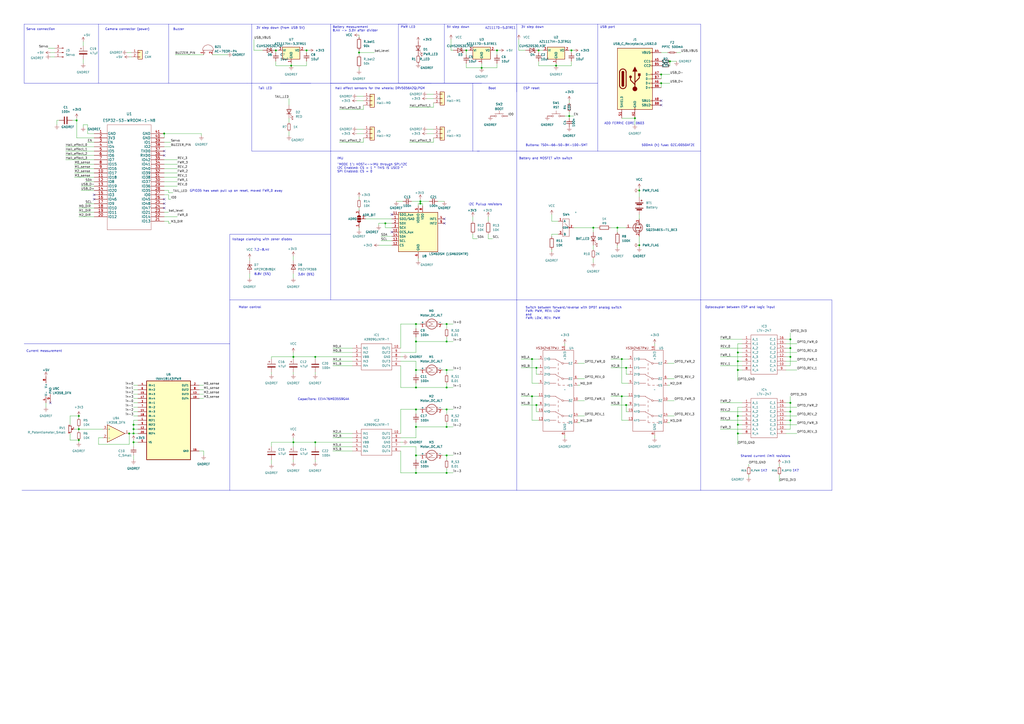
<source format=kicad_sch>
(kicad_sch (version 20230121) (generator eeschema)
  (paper "A2")
  (junction (at 77.47 251.46))
  (junction (at 344.17 132.08))
  (junction (at 259.08 187.96))
  (junction (at 370.84 142.24))
  (junction (at 331.47 29.21))
  (junction (at 458.47 243.84))
  (junction (at 427.99 246.38))
  (junction (at 427.99 204.47))
  (junction (at 311.15 234.95))
  (junction (at 427.99 214.63))
  (junction (at 208.28 30.48))
  (junction (at 44.45 69.85))
  (junction (at 368.3 68.58))
  (junction (at 259.08 264.16))
  (junction (at 330.2 67.31))
  (junction (at 45.72 241.3))
  (junction (at 241.3 187.96))
  (junction (at 370.84 110.49))
  (junction (at 77.47 246.38))
  (junction (at 308.61 229.87))
  (junction (at 243.84 116.84))
  (junction (at 241.3 224.79))
  (junction (at 363.22 213.36))
  (junction (at 360.68 208.28))
  (junction (at 358.14 132.08))
  (junction (at 288.29 29.21))
  (junction (at 427.99 241.3))
  (junction (at 95.25 77.47))
  (junction (at 241.3 264.16))
  (junction (at 360.68 229.87))
  (junction (at 458.47 207.01))
  (junction (at 427.99 251.46))
  (junction (at 182.88 256.54))
  (junction (at 74.93 251.46))
  (junction (at 45.72 248.92))
  (junction (at 170.18 207.01))
  (junction (at 308.61 208.28))
  (junction (at 77.47 248.92))
  (junction (at 279.4 39.37))
  (junction (at 259.08 274.32))
  (junction (at 259.08 247.65))
  (junction (at 363.22 234.95))
  (junction (at 259.08 198.12))
  (junction (at 168.91 38.1))
  (junction (at 223.52 129.54))
  (junction (at 160.02 29.21))
  (junction (at 241.3 247.65))
  (junction (at 322.58 38.1))
  (junction (at 388.62 35.56))
  (junction (at 427.99 209.55))
  (junction (at 243.84 118.11))
  (junction (at 177.8 29.21))
  (junction (at 270.51 29.21))
  (junction (at 259.08 214.63))
  (junction (at 241.3 237.49))
  (junction (at 383.54 43.18))
  (junction (at 383.54 48.26))
  (junction (at 77.47 256.54))
  (junction (at 45.72 255.27))
  (junction (at 458.47 233.68))
  (junction (at 458.47 201.93))
  (junction (at 170.18 256.54))
  (junction (at 241.3 198.12))
  (junction (at 312.42 29.21))
  (junction (at 241.3 214.63))
  (junction (at 182.88 207.01))
  (junction (at 241.3 274.32))
  (junction (at 311.15 213.36))
  (junction (at 458.47 196.85))
  (junction (at 259.08 237.49))
  (junction (at 259.08 224.79))
  (junction (at 458.47 238.76))
  (no_connect (at 383.54 58.42))
  (no_connect (at 95.25 115.57))
  (no_connect (at 257.81 127))
  (no_connect (at 227.33 134.62))
  (no_connect (at 95.25 120.65))
  (no_connect (at 257.81 129.54))
  (no_connect (at 95.25 90.17))
  (no_connect (at 383.54 60.96))
  (no_connect (at 29.21 233.68))
  (no_connect (at 95.25 87.63))
  (no_connect (at 227.33 124.46))
  (no_connect (at 54.61 115.57))
  (no_connect (at 54.61 113.03))
  (no_connect (at 95.25 118.11))
  (wire (pts (xy 40.64 255.27) (xy 45.72 255.27)))
  (wire (pts (xy 379.73 199.39) (xy 379.73 200.66)))
  (polyline (pts (xy 482.6 284.48) (xy 406.4 284.48)))
  (wire (pts (xy 207.01 55.88) (xy 210.82 55.88)))
  (polyline (pts (xy 191.77 87.63) (xy 146.05 87.63)))
  (wire (pts (xy 259.08 195.58) (xy 259.08 198.12)))
  (polyline (pts (xy 191.77 13.97) (xy 146.05 13.97)))
  (wire (pts (xy 259.08 237.49) (xy 262.89 237.49)))
  (wire (pts (xy 242.57 118.11) (xy 242.57 119.38)))
  (polyline (pts (xy 180.34 48.26) (xy 146.05 48.26)))
  (wire (pts (xy 312.42 213.36) (xy 311.15 213.36)))
  (wire (pts (xy 335.28 210.82) (xy 339.09 210.82)))
  (polyline (pts (xy 406.4 173.99) (xy 406.4 284.48)))
  (wire (pts (xy 59.69 254) (xy 57.15 254)))
  (wire (pts (xy 227.33 129.54) (xy 223.52 129.54)))
  (wire (pts (xy 118.11 231.14) (xy 115.57 231.14)))
  (wire (pts (xy 462.28 241.3) (xy 455.93 241.3)))
  (wire (pts (xy 50.8 72.39) (xy 48.26 72.39)))
  (wire (pts (xy 241.3 209.55) (xy 232.41 209.55)))
  (wire (pts (xy 302.26 208.28) (xy 308.61 208.28)))
  (wire (pts (xy 458.47 238.76) (xy 458.47 233.68)))
  (wire (pts (xy 276.86 138.43) (xy 274.32 138.43)))
  (wire (pts (xy 248.92 116.84) (xy 243.84 116.84)))
  (wire (pts (xy 208.28 20.32) (xy 208.28 21.59)))
  (wire (pts (xy 118.11 226.06) (xy 115.57 226.06)))
  (wire (pts (xy 57.15 257.81) (xy 74.93 257.81)))
  (wire (pts (xy 261.62 22.86) (xy 261.62 29.21)))
  (wire (pts (xy 279.4 36.83) (xy 279.4 39.37)))
  (polyline (pts (xy 257.81 13.97) (xy 231.14 13.97)))
  (wire (pts (xy 97.79 113.03) (xy 95.25 113.03)))
  (wire (pts (xy 259.08 224.79) (xy 262.89 224.79)))
  (wire (pts (xy 241.3 187.96) (xy 243.84 187.96)))
  (wire (pts (xy 251.46 82.55) (xy 251.46 80.01)))
  (wire (pts (xy 434.34 275.59) (xy 434.34 276.86)))
  (wire (pts (xy 46.99 110.49) (xy 54.61 110.49)))
  (wire (pts (xy 232.41 224.79) (xy 241.3 224.79)))
  (wire (pts (xy 77.47 256.54) (xy 80.01 256.54)))
  (wire (pts (xy 193.04 201.93) (xy 204.47 201.93)))
  (wire (pts (xy 29.21 30.48) (xy 31.75 30.48)))
  (polyline (pts (xy 274.32 87.63) (xy 276.86 87.63)))
  (wire (pts (xy 208.28 39.37) (xy 208.28 40.64)))
  (wire (pts (xy 242.57 149.86) (xy 242.57 151.13)))
  (wire (pts (xy 168.91 36.83) (xy 168.91 38.1)))
  (wire (pts (xy 241.3 217.17) (xy 241.3 214.63)))
  (wire (pts (xy 256.54 237.49) (xy 259.08 237.49)))
  (polyline (pts (xy 191.77 48.26) (xy 279.4 48.26)))
  (wire (pts (xy 241.3 245.11) (xy 241.3 247.65)))
  (wire (pts (xy 417.83 207.01) (xy 430.53 207.01)))
  (wire (pts (xy 270.51 29.21) (xy 271.78 29.21)))
  (wire (pts (xy 232.41 254) (xy 241.3 254)))
  (wire (pts (xy 383.54 30.48) (xy 387.35 30.48)))
  (wire (pts (xy 302.26 234.95) (xy 311.15 234.95)))
  (wire (pts (xy 97.79 111.76) (xy 97.79 110.49)))
  (wire (pts (xy 26.67 236.22) (xy 26.67 233.68)))
  (wire (pts (xy 43.18 100.33) (xy 54.61 100.33)))
  (wire (pts (xy 259.08 187.96) (xy 262.89 187.96)))
  (polyline (pts (xy 276.86 87.63) (xy 346.71 87.63)))
  (wire (pts (xy 354.33 213.36) (xy 363.22 213.36)))
  (wire (pts (xy 283.21 138.43) (xy 285.75 138.43)))
  (wire (pts (xy 38.1 85.09) (xy 54.61 85.09)))
  (wire (pts (xy 259.08 271.78) (xy 259.08 274.32)))
  (wire (pts (xy 77.47 255.27) (xy 77.47 256.54)))
  (polyline (pts (xy 191.77 48.26) (xy 191.77 87.63)))
  (wire (pts (xy 49.53 105.41) (xy 54.61 105.41)))
  (wire (pts (xy 46.99 107.95) (xy 54.61 107.95)))
  (wire (pts (xy 360.68 229.87) (xy 360.68 243.84)))
  (wire (pts (xy 388.62 35.56) (xy 392.43 35.56)))
  (polyline (pts (xy 299.72 48.26) (xy 299.72 87.63)))
  (wire (pts (xy 232.41 251.46) (xy 232.41 237.49)))
  (wire (pts (xy 458.47 207.01) (xy 458.47 201.93)))
  (wire (pts (xy 170.18 256.54) (xy 182.88 256.54)))
  (wire (pts (xy 288.29 29.21) (xy 289.56 29.21)))
  (wire (pts (xy 157.48 215.9) (xy 157.48 217.17)))
  (wire (pts (xy 43.18 95.25) (xy 54.61 95.25)))
  (wire (pts (xy 220.98 139.7) (xy 227.33 139.7)))
  (wire (pts (xy 452.12 269.24) (xy 452.12 270.51)))
  (wire (pts (xy 261.62 29.21) (xy 262.89 29.21)))
  (wire (pts (xy 34.29 69.85) (xy 33.02 69.85)))
  (wire (pts (xy 330.2 58.42) (xy 330.2 59.69)))
  (wire (pts (xy 232.41 237.49) (xy 241.3 237.49)))
  (wire (pts (xy 177.8 29.21) (xy 177.8 30.48)))
  (wire (pts (xy 95.25 95.25) (xy 102.87 95.25)))
  (wire (pts (xy 302.26 229.87) (xy 308.61 229.87)))
  (wire (pts (xy 247.65 74.93) (xy 251.46 74.93)))
  (polyline (pts (xy 146.05 13.97) (xy 146.05 48.26)))
  (wire (pts (xy 458.47 238.76) (xy 455.93 238.76)))
  (wire (pts (xy 320.04 135.89) (xy 323.85 135.89)))
  (wire (pts (xy 339.09 241.3) (xy 335.28 241.3)))
  (wire (pts (xy 387.35 223.52) (xy 388.62 223.52)))
  (wire (pts (xy 49.53 118.11) (xy 54.61 118.11)))
  (wire (pts (xy 300.99 22.86) (xy 300.99 29.21)))
  (wire (pts (xy 256.54 264.16) (xy 259.08 264.16)))
  (wire (pts (xy 320.04 124.46) (xy 320.04 128.27)))
  (wire (pts (xy 320.04 128.27) (xy 323.85 128.27)))
  (polyline (pts (xy 299.72 48.26) (xy 346.71 48.26)))
  (wire (pts (xy 118.11 228.6) (xy 115.57 228.6)))
  (wire (pts (xy 427.99 246.38) (xy 427.99 251.46)))
  (polyline (pts (xy 143.51 48.26) (xy 146.05 48.26)))
  (wire (pts (xy 207.01 58.42) (xy 210.82 58.42)))
  (wire (pts (xy 208.28 120.65) (xy 208.28 121.92)))
  (polyline (pts (xy 191.77 135.89) (xy 191.77 173.99)))
  (wire (pts (xy 208.28 114.3) (xy 208.28 115.57)))
  (wire (pts (xy 232.41 204.47) (xy 241.3 204.47)))
  (polyline (pts (xy 482.6 173.99) (xy 406.4 173.99)))
  (wire (pts (xy 95.25 100.33) (xy 102.87 100.33)))
  (wire (pts (xy 118.11 223.52) (xy 115.57 223.52)))
  (wire (pts (xy 427.99 214.63) (xy 427.99 220.98)))
  (wire (pts (xy 74.93 257.81) (xy 74.93 251.46)))
  (polyline (pts (xy 97.79 48.26) (xy 143.51 48.26)))
  (wire (pts (xy 144.78 149.86) (xy 144.78 151.13)))
  (wire (pts (xy 27.94 27.94) (xy 31.75 27.94)))
  (wire (pts (xy 45.72 248.92) (xy 45.72 250.19)))
  (wire (pts (xy 387.35 210.82) (xy 391.16 210.82)))
  (polyline (pts (xy 236.22 13.97) (xy 191.77 13.97)))
  (wire (pts (xy 241.3 237.49) (xy 241.3 240.03)))
  (wire (pts (xy 44.45 68.58) (xy 44.45 69.85)))
  (wire (pts (xy 354.33 234.95) (xy 363.22 234.95)))
  (wire (pts (xy 157.48 256.54) (xy 157.48 259.08)))
  (wire (pts (xy 363.22 213.36) (xy 363.22 217.17)))
  (wire (pts (xy 370.84 109.22) (xy 370.84 110.49)))
  (wire (pts (xy 182.88 266.7) (xy 182.88 267.97)))
  (wire (pts (xy 170.18 207.01) (xy 182.88 207.01)))
  (wire (pts (xy 97.79 128.27) (xy 95.25 128.27)))
  (wire (pts (xy 330.2 64.77) (xy 330.2 67.31)))
  (wire (pts (xy 73.66 30.48) (xy 76.2 30.48)))
  (polyline (pts (xy 406.4 87.63) (xy 406.4 173.99)))
  (wire (pts (xy 95.25 97.79) (xy 102.87 97.79)))
  (wire (pts (xy 462.28 236.22) (xy 455.93 236.22)))
  (wire (pts (xy 283.21 125.73) (xy 283.21 128.27)))
  (wire (pts (xy 363.22 234.95) (xy 363.22 238.76)))
  (wire (pts (xy 237.49 82.55) (xy 251.46 82.55)))
  (wire (pts (xy 452.12 275.59) (xy 452.12 279.4)))
  (wire (pts (xy 241.3 198.12) (xy 259.08 198.12)))
  (polyline (pts (xy 299.72 284.48) (xy 133.35 284.48)))
  (wire (pts (xy 223.52 132.08) (xy 227.33 132.08)))
  (wire (pts (xy 170.18 215.9) (xy 170.18 217.17)))
  (wire (pts (xy 354.33 208.28) (xy 360.68 208.28)))
  (wire (pts (xy 427.99 251.46) (xy 430.53 251.46)))
  (wire (pts (xy 288.29 29.21) (xy 288.29 31.75)))
  (wire (pts (xy 430.53 236.22) (xy 427.99 236.22)))
  (wire (pts (xy 170.18 208.28) (xy 170.18 207.01)))
  (wire (pts (xy 462.28 251.46) (xy 455.93 251.46)))
  (wire (pts (xy 455.93 212.09) (xy 458.47 212.09)))
  (wire (pts (xy 259.08 245.11) (xy 259.08 247.65)))
  (wire (pts (xy 364.49 208.28) (xy 360.68 208.28)))
  (wire (pts (xy 237.49 62.23) (xy 251.46 62.23)))
  (wire (pts (xy 177.8 38.1) (xy 177.8 35.56)))
  (wire (pts (xy 59.69 248.92) (xy 45.72 248.92)))
  (wire (pts (xy 247.65 54.61) (xy 251.46 54.61)))
  (polyline (pts (xy 133.35 135.89) (xy 133.35 173.99)))
  (wire (pts (xy 182.88 256.54) (xy 204.47 256.54)))
  (wire (pts (xy 344.17 144.78) (xy 344.17 142.24)))
  (wire (pts (xy 241.3 259.08) (xy 232.41 259.08)))
  (wire (pts (xy 97.79 115.57) (xy 99.06 115.57)))
  (polyline (pts (xy 162.56 48.26) (xy 250.19 48.26)))
  (wire (pts (xy 238.76 116.84) (xy 243.84 116.84)))
  (polyline (pts (xy 299.72 173.99) (xy 133.35 173.99)))
  (wire (pts (xy 360.68 208.28) (xy 360.68 222.25)))
  (wire (pts (xy 462.28 214.63) (xy 455.93 214.63)))
  (wire (pts (xy 458.47 196.85) (xy 455.93 196.85)))
  (wire (pts (xy 344.17 152.4) (xy 344.17 149.86)))
  (wire (pts (xy 360.68 68.58) (xy 368.3 68.58)))
  (wire (pts (xy 427.99 246.38) (xy 430.53 246.38)))
  (wire (pts (xy 247.65 77.47) (xy 251.46 77.47)))
  (wire (pts (xy 427.99 204.47) (xy 427.99 209.55)))
  (wire (pts (xy 193.04 204.47) (xy 204.47 204.47)))
  (polyline (pts (xy 257.81 13.97) (xy 257.81 48.26)))
  (wire (pts (xy 311.15 217.17) (xy 312.42 217.17)))
  (wire (pts (xy 80.01 243.84) (xy 77.47 243.84)))
  (wire (pts (xy 219.71 129.54) (xy 223.52 129.54)))
  (wire (pts (xy 160.02 29.21) (xy 160.02 30.48)))
  (wire (pts (xy 147.32 29.21) (xy 152.4 29.21)))
  (wire (pts (xy 223.52 129.54) (xy 223.52 132.08)))
  (wire (pts (xy 358.14 132.08) (xy 358.14 134.62)))
  (wire (pts (xy 322.58 38.1) (xy 331.47 38.1)))
  (wire (pts (xy 274.32 138.43) (xy 274.32 135.89)))
  (wire (pts (xy 241.3 254) (xy 241.3 247.65)))
  (wire (pts (xy 193.04 212.09) (xy 204.47 212.09)))
  (wire (pts (xy 45.72 241.3) (xy 40.64 241.3)))
  (wire (pts (xy 364.49 229.87) (xy 360.68 229.87)))
  (wire (pts (xy 50.8 77.47) (xy 50.8 72.39)))
  (wire (pts (xy 270.51 29.21) (xy 270.51 31.75)))
  (wire (pts (xy 77.47 256.54) (xy 77.47 259.08)))
  (wire (pts (xy 458.47 196.85) (xy 458.47 193.04)))
  (wire (pts (xy 95.25 107.95) (xy 102.87 107.95)))
  (wire (pts (xy 308.61 208.28) (xy 308.61 222.25)))
  (wire (pts (xy 207.01 77.47) (xy 210.82 77.47)))
  (wire (pts (xy 229.87 116.84) (xy 233.68 116.84)))
  (wire (pts (xy 176.53 29.21) (xy 177.8 29.21)))
  (wire (pts (xy 427.99 199.39) (xy 427.99 204.47)))
  (wire (pts (xy 387.35 219.71) (xy 391.16 219.71)))
  (wire (pts (xy 193.04 261.62) (xy 204.47 261.62)))
  (wire (pts (xy 383.54 43.18) (xy 388.62 43.18)))
  (wire (pts (xy 241.3 195.58) (xy 241.3 198.12)))
  (wire (pts (xy 257.81 116.84) (xy 254 116.84)))
  (wire (pts (xy 38.1 87.63) (xy 54.61 87.63)))
  (wire (pts (xy 458.47 243.84) (xy 458.47 238.76)))
  (wire (pts (xy 247.65 57.15) (xy 251.46 57.15)))
  (wire (pts (xy 77.47 264.16) (xy 77.47 266.7)))
  (wire (pts (xy 427.99 241.3) (xy 430.53 241.3)))
  (polyline (pts (xy 346.71 13.97) (xy 346.71 87.63)))
  (wire (pts (xy 259.08 222.25) (xy 259.08 224.79)))
  (wire (pts (xy 417.83 233.68) (xy 430.53 233.68)))
  (wire (pts (xy 77.47 228.6) (xy 80.01 228.6)))
  (wire (pts (xy 312.42 208.28) (xy 308.61 208.28)))
  (wire (pts (xy 427.99 209.55) (xy 430.53 209.55)))
  (wire (pts (xy 458.47 212.09) (xy 458.47 207.01)))
  (wire (pts (xy 50.8 82.55) (xy 54.61 82.55)))
  (polyline (pts (xy 299.72 13.97) (xy 299.72 53.34)))
  (wire (pts (xy 327.66 199.39) (xy 327.66 200.66)))
  (wire (pts (xy 312.42 229.87) (xy 308.61 229.87)))
  (polyline (pts (xy 58.42 13.97) (xy 97.79 13.97)))
  (wire (pts (xy 274.32 125.73) (xy 274.32 128.27)))
  (wire (pts (xy 259.08 214.63) (xy 259.08 217.17)))
  (polyline (pts (xy 191.77 135.89) (xy 133.35 135.89)))
  (polyline (pts (xy 57.15 13.97) (xy 58.42 13.97)))
  (wire (pts (xy 427.99 251.46) (xy 427.99 257.81)))
  (wire (pts (xy 232.41 256.54) (xy 233.68 256.54)))
  (wire (pts (xy 331.47 29.21) (xy 332.74 29.21)))
  (wire (pts (xy 77.47 241.3) (xy 80.01 241.3)))
  (wire (pts (xy 232.41 274.32) (xy 232.41 261.62)))
  (polyline (pts (xy 133.35 199.39) (xy 133.35 284.48)))
  (polyline (pts (xy 346.71 87.63) (xy 406.4 87.63)))
  (wire (pts (xy 101.6 31.75) (xy 118.11 31.75)))
  (wire (pts (xy 95.25 85.09) (xy 99.06 85.09)))
  (wire (pts (xy 97.79 129.54) (xy 99.06 129.54)))
  (wire (pts (xy 417.83 212.09) (xy 430.53 212.09)))
  (wire (pts (xy 368.3 68.58) (xy 368.3 72.39)))
  (wire (pts (xy 170.18 207.01) (xy 157.48 207.01)))
  (wire (pts (xy 232.41 187.96) (xy 241.3 187.96)))
  (wire (pts (xy 97.79 115.57) (xy 97.79 113.03)))
  (wire (pts (xy 279.4 39.37) (xy 288.29 39.37)))
  (wire (pts (xy 80.01 246.38) (xy 77.47 246.38)))
  (wire (pts (xy 427.99 236.22) (xy 427.99 241.3)))
  (wire (pts (xy 241.3 224.79) (xy 259.08 224.79)))
  (wire (pts (xy 118.11 264.16) (xy 118.11 261.62)))
  (wire (pts (xy 308.61 243.84) (xy 312.42 243.84)))
  (wire (pts (xy 182.88 207.01) (xy 204.47 207.01)))
  (polyline (pts (xy 133.35 173.99) (xy 133.35 199.39)))
  (polyline (pts (xy 276.86 87.63) (xy 278.13 87.63)))
  (wire (pts (xy 434.34 269.24) (xy 434.34 270.51)))
  (wire (pts (xy 241.3 204.47) (xy 241.3 198.12)))
  (wire (pts (xy 182.88 208.28) (xy 182.88 207.01)))
  (wire (pts (xy 97.79 129.54) (xy 97.79 128.27)))
  (wire (pts (xy 77.47 251.46) (xy 80.01 251.46)))
  (wire (pts (xy 387.35 245.11) (xy 388.62 245.11)))
  (wire (pts (xy 458.47 207.01) (xy 455.93 207.01)))
  (wire (pts (xy 54.61 77.47) (xy 50.8 77.47)))
  (wire (pts (xy 430.53 199.39) (xy 427.99 199.39)))
  (wire (pts (xy 168.91 38.1) (xy 177.8 38.1)))
  (polyline (pts (xy 191.77 87.63) (xy 191.77 135.89)))
  (wire (pts (xy 38.1 92.71) (xy 54.61 92.71)))
  (wire (pts (xy 77.47 231.14) (xy 80.01 231.14)))
  (wire (pts (xy 208.28 132.08) (xy 208.28 133.35)))
  (wire (pts (xy 256.54 214.63) (xy 259.08 214.63)))
  (wire (pts (xy 320.04 144.78) (xy 320.04 146.05)))
  (wire (pts (xy 170.18 148.59) (xy 170.18 151.13)))
  (polyline (pts (xy 406.4 173.99) (xy 299.72 173.99)))
  (polyline (pts (xy 191.77 13.97) (xy 191.77 48.26)))
  (wire (pts (xy 363.22 217.17) (xy 364.49 217.17)))
  (wire (pts (xy 331.47 38.1) (xy 331.47 35.56)))
  (polyline (pts (xy 57.15 48.26) (xy 97.79 48.26)))
  (wire (pts (xy 354.33 229.87) (xy 360.68 229.87)))
  (wire (pts (xy 312.42 29.21) (xy 312.42 30.48)))
  (wire (pts (xy 458.47 243.84) (xy 455.93 243.84)))
  (wire (pts (xy 383.54 48.26) (xy 383.54 50.8)))
  (polyline (pts (xy 406.4 284.48) (xy 299.72 284.48)))
  (wire (pts (xy 259.08 274.32) (xy 262.89 274.32)))
  (wire (pts (xy 383.54 48.26) (xy 388.62 48.26)))
  (wire (pts (xy 57.15 254) (xy 57.15 257.81)))
  (wire (pts (xy 332.74 132.08) (xy 344.17 132.08)))
  (wire (pts (xy 48.26 34.29) (xy 48.26 36.83)))
  (wire (pts (xy 330.2 67.31) (xy 332.74 67.31)))
  (wire (pts (xy 95.25 77.47) (xy 116.84 77.47)))
  (wire (pts (xy 232.41 224.79) (xy 232.41 212.09)))
  (wire (pts (xy 41.91 69.85) (xy 44.45 69.85)))
  (wire (pts (xy 311.15 234.95) (xy 311.15 238.76)))
  (wire (pts (xy 147.32 22.86) (xy 147.32 29.21)))
  (wire (pts (xy 208.28 30.48) (xy 217.17 30.48)))
  (polyline (pts (xy 57.15 13.97) (xy 57.15 48.26)))
  (wire (pts (xy 259.08 198.12) (xy 262.89 198.12)))
  (polyline (pts (xy 482.6 173.99) (xy 482.6 284.48)))
  (wire (pts (xy 241.3 237.49) (xy 243.84 237.49)))
  (wire (pts (xy 360.68 243.84) (xy 364.49 243.84)))
  (wire (pts (xy 346.71 132.08) (xy 344.17 132.08)))
  (wire (pts (xy 363.22 132.08) (xy 358.14 132.08)))
  (wire (pts (xy 243.84 118.11) (xy 245.11 118.11)))
  (wire (pts (xy 335.28 223.52) (xy 336.55 223.52)))
  (wire (pts (xy 392.43 30.48) (xy 394.97 30.48)))
  (polyline (pts (xy 13.97 13.97) (xy 13.97 48.26)))
  (wire (pts (xy 95.25 123.19) (xy 97.79 123.19)))
  (wire (pts (xy 160.02 38.1) (xy 168.91 38.1)))
  (wire (pts (xy 45.72 255.27) (xy 45.72 256.54)))
  (wire (pts (xy 327.66 254) (xy 327.66 252.73)))
  (wire (pts (xy 312.42 38.1) (xy 322.58 38.1)))
  (wire (pts (xy 97.79 111.76) (xy 100.33 111.76)))
  (wire (pts (xy 288.29 39.37) (xy 288.29 36.83)))
  (wire (pts (xy 45.72 248.92) (xy 45.72 247.65)))
  (wire (pts (xy 241.3 214.63) (xy 241.3 209.55)))
  (wire (pts (xy 144.78 158.75) (xy 144.78 161.29)))
  (wire (pts (xy 212.09 127) (xy 227.33 127)))
  (wire (pts (xy 157.48 256.54) (xy 170.18 256.54)))
  (polyline (pts (xy 231.14 13.97) (xy 231.14 48.26)))
  (wire (pts (xy 43.18 248.92) (xy 45.72 248.92)))
  (wire (pts (xy 196.85 82.55) (xy 210.82 82.55)))
  (wire (pts (xy 182.88 215.9) (xy 182.88 217.17)))
  (wire (pts (xy 77.47 243.84) (xy 77.47 246.38)))
  (wire (pts (xy 259.08 187.96) (xy 259.08 190.5)))
  (wire (pts (xy 370.84 110.49) (xy 370.84 114.3)))
  (wire (pts (xy 300.99 29.21) (xy 304.8 29.21)))
  (polyline (pts (xy 346.71 13.97) (xy 257.81 13.97)))
  (wire (pts (xy 167.64 68.58) (xy 167.64 71.12)))
  (wire (pts (xy 302.26 213.36) (xy 311.15 213.36)))
  (polyline (pts (xy 146.05 48.26) (xy 146.05 87.63)))
  (wire (pts (xy 358.14 142.24) (xy 358.14 143.51)))
  (wire (pts (xy 379.73 254) (xy 379.73 252.73)))
  (wire (pts (xy 193.04 259.08) (xy 204.47 259.08)))
  (wire (pts (xy 311.15 213.36) (xy 311.15 217.17)))
  (wire (pts (xy 77.47 226.06) (xy 80.01 226.06)))
  (wire (pts (xy 336.55 245.11) (xy 335.28 245.11)))
  (wire (pts (xy 383.54 43.18) (xy 383.54 45.72)))
  (wire (pts (xy 193.04 254) (xy 204.47 254)))
  (wire (pts (xy 312.42 29.21) (xy 314.96 29.21)))
  (wire (pts (xy 40.64 251.46) (xy 40.64 255.27)))
  (wire (pts (xy 116.84 77.47) (xy 116.84 78.74)))
  (polyline (pts (xy 274.32 48.26) (xy 274.32 87.63)))
  (wire (pts (xy 360.68 222.25) (xy 364.49 222.25)))
  (wire (pts (xy 327.66 67.31) (xy 330.2 67.31)))
  (wire (pts (xy 182.88 259.08) (xy 182.88 256.54)))
  (wire (pts (xy 259.08 237.49) (xy 259.08 240.03)))
  (wire (pts (xy 45.72 125.73) (xy 54.61 125.73)))
  (wire (pts (xy 308.61 229.87) (xy 308.61 243.84)))
  (wire (pts (xy 259.08 214.63) (xy 262.89 214.63)))
  (polyline (pts (xy 97.79 13.97) (xy 97.79 48.26)))
  (wire (pts (xy 45.72 241.3) (xy 45.72 242.57)))
  (wire (pts (xy 95.25 125.73) (xy 102.87 125.73)))
  (wire (pts (xy 370.84 142.24) (xy 370.84 143.51)))
  (wire (pts (xy 241.3 264.16) (xy 241.3 259.08)))
  (wire (pts (xy 243.84 118.11) (xy 242.57 118.11)))
  (wire (pts (xy 241.3 247.65) (xy 259.08 247.65)))
  (wire (pts (xy 462.28 199.39) (xy 455.93 199.39)))
  (wire (pts (xy 241.3 264.16) (xy 243.84 264.16)))
  (wire (pts (xy 232.41 207.01) (xy 233.68 207.01)))
  (wire (pts (xy 241.3 214.63) (xy 243.84 214.63)))
  (wire (pts (xy 29.21 33.02) (xy 31.75 33.02)))
  (polyline (pts (xy 299.72 87.63) (xy 299.72 173.99)))
  (wire (pts (xy 427.99 209.55) (xy 427.99 214.63)))
  (wire (pts (xy 97.79 110.49) (xy 95.25 110.49)))
  (wire (pts (xy 427.99 204.47) (xy 430.53 204.47)))
  (wire (pts (xy 330.2 29.21) (xy 331.47 29.21)))
  (wire (pts (xy 170.18 158.75) (xy 170.18 161.29)))
  (wire (pts (xy 354.33 132.08) (xy 358.14 132.08)))
  (wire (pts (xy 462.28 209.55) (xy 455.93 209.55)))
  (wire (pts (xy 177.8 29.21) (xy 179.07 29.21)))
  (wire (pts (xy 241.3 271.78) (xy 241.3 274.32)))
  (wire (pts (xy 207.01 74.93) (xy 210.82 74.93)))
  (polyline (pts (xy 231.14 48.26) (xy 299.72 48.26)))
  (wire (pts (xy 245.11 118.11) (xy 245.11 119.38)))
  (polyline (pts (xy 406.4 13.97) (xy 346.71 13.97)))
  (wire (pts (xy 196.85 63.5) (xy 210.82 63.5)))
  (wire (pts (xy 241.3 274.32) (xy 259.08 274.32)))
  (wire (pts (xy 387.35 232.41) (xy 391.16 232.41)))
  (wire (pts (xy 40.64 241.3) (xy 40.64 246.38)))
  (wire (pts (xy 417.83 248.92) (xy 430.53 248.92)))
  (wire (pts (xy 170.18 256.54) (xy 170.18 259.08)))
  (wire (pts (xy 241.3 187.96) (xy 241.3 190.5)))
  (wire (pts (xy 44.45 69.85) (xy 44.45 80.01)))
  (wire (pts (xy 458.47 201.93) (xy 455.93 201.93)))
  (wire (pts (xy 364.49 213.36) (xy 363.22 213.36)))
  (wire (pts (xy 77.47 233.68) (xy 80.01 233.68)))
  (wire (pts (xy 270.51 36.83) (xy 270.51 39.37)))
  (wire (pts (xy 210.82 82.55) (xy 210.82 80.01)))
  (wire (pts (xy 241.3 266.7) (xy 241.3 264.16)))
  (wire (pts (xy 458.47 233.68) (xy 455.93 233.68)))
  (wire (pts (xy 370.84 124.46) (xy 370.84 127)))
  (wire (pts (xy 160.02 29.21) (xy 161.29 29.21)))
  (wire (pts (xy 243.84 115.57) (xy 243.84 116.84)))
  (polyline (pts (xy 13.97 13.97) (xy 57.15 13.97)))
  (wire (pts (xy 259.08 247.65) (xy 262.89 247.65)))
  (wire (pts (xy 43.18 102.87) (xy 54.61 102.87)))
  (wire (pts (xy 219.71 129.54) (xy 219.71 130.81)))
  (wire (pts (xy 193.04 251.46) (xy 204.47 251.46)))
  (wire (pts (xy 219.71 142.24) (xy 227.33 142.24)))
  (wire (pts (xy 208.28 29.21) (xy 208.28 30.48)))
  (wire (pts (xy 232.41 274.32) (xy 241.3 274.32)))
  (wire (pts (xy 210.82 63.5) (xy 210.82 60.96)))
  (wire (pts (xy 77.47 236.22) (xy 80.01 236.22)))
  (wire (pts (xy 256.54 187.96) (xy 259.08 187.96)))
  (wire (pts (xy 308.61 222.25) (xy 312.42 222.25)))
  (wire (pts (xy 287.02 29.21) (xy 288.29 29.21)))
  (wire (pts (xy 193.04 209.55) (xy 204.47 209.55)))
  (wire (pts (xy 427.99 241.3) (xy 427.99 246.38)))
  (wire (pts (xy 283.21 138.43) (xy 283.21 135.89)))
  (wire (pts (xy 259.08 264.16) (xy 262.89 264.16)))
  (wire (pts (xy 33.02 69.85) (xy 33.02 72.39)))
  (wire (pts (xy 74.93 251.46) (xy 77.47 251.46)))
  (wire (pts (xy 77.47 248.92) (xy 80.01 248.92)))
  (wire (pts (xy 455.93 248.92) (xy 458.47 248.92)))
  (wire (pts (xy 339.09 232.41) (xy 335.28 232.41)))
  (wire (pts (xy 157.48 207.01) (xy 157.48 208.28)))
  (wire (pts (xy 77.47 223.52) (xy 80.01 223.52)))
  (polyline (pts (xy 13.97 48.26) (xy 57.15 48.26)))
  (wire (pts (xy 259.08 264.16) (xy 259.08 266.7)))
  (wire (pts (xy 458.47 248.92) (xy 458.47 243.84)))
  (wire (pts (xy 427.99 214.63) (xy 430.53 214.63)))
  (wire (pts (xy 43.18 97.79) (xy 54.61 97.79)))
  (wire (pts (xy 417.83 201.93) (xy 430.53 201.93)))
  (wire (pts (xy 363.22 238.76) (xy 364.49 238.76)))
  (wire (pts (xy 167.64 78.74) (xy 167.64 76.2)))
  (wire (pts (xy 387.35 241.3) (xy 391.16 241.3)))
  (polyline (pts (xy 299.72 173.99) (xy 299.72 284.48)))
  (wire (pts (xy 417.83 243.84) (xy 430.53 243.84)))
  (polyline (pts (xy 133.35 284.48) (xy 12.7 284.48)))
  (wire (pts (xy 331.47 29.21) (xy 331.47 30.48)))
  (wire (pts (xy 170.18 266.7) (xy 170.18 267.97)))
  (wire (pts (xy 344.17 132.08) (xy 344.17 134.62)))
  (wire (pts (xy 462.28 204.47) (xy 455.93 204.47)))
  (wire (pts (xy 320.04 135.89) (xy 320.04 137.16)))
  (wire (pts (xy 123.19 31.75) (xy 132.08 31.75)))
  (wire (pts (xy 270.51 39.37) (xy 279.4 39.37)))
  (wire (pts (xy 335.28 219.71) (xy 339.09 219.71)))
  (wire (pts (xy 77.47 248.92) (xy 77.47 251.46)))
  (polyline (pts (xy 97.79 13.97) (xy 146.05 13.97)))
  (wire (pts (xy 388.62 35.56) (xy 388.62 38.1)))
  (wire (pts (xy 157.48 266.7) (xy 157.48 269.24)))
  (wire (pts (xy 312.42 234.95) (xy 311.15 234.95)))
  (wire (pts (xy 311.15 238.76) (xy 312.42 238.76)))
  (wire (pts (xy 77.47 246.38) (xy 77.47 248.92)))
  (wire (pts (xy 95.25 77.47) (xy 95.25 80.01)))
  (wire (pts (xy 364.49 234.95) (xy 363.22 234.95)))
  (wire (pts (xy 458.47 233.68) (xy 458.47 229.87)))
  (wire (pts (xy 45.72 120.65) (xy 54.61 120.65)))
  (wire (pts (xy 322.58 36.83) (xy 322.58 38.1)))
  (wire (pts (xy 241.3 222.25) (xy 241.3 224.79)))
  (wire (pts (xy 38.1 90.17) (xy 54.61 90.17)))
  (wire (pts (xy 95.25 105.41) (xy 102.87 105.41)))
  (wire (pts (xy 462.28 246.38) (xy 455.93 246.38)))
  (wire (pts (xy 220.98 137.16) (xy 227.33 137.16)))
  (wire (pts (xy 243.84 116.84) (xy 243.84 118.11)))
  (wire (pts (xy 251.46 62.23) (xy 251.46 59.69)))
  (polyline (pts (xy 133.35 199.39) (xy 13.97 199.39)))
  (wire (pts (xy 167.64 57.15) (xy 167.64 60.96)))
  (wire (pts (xy 95.25 92.71) (xy 102.87 92.71)))
  (wire (pts (xy 370.84 137.16) (xy 370.84 142.24)))
  (wire (pts (xy 45.72 123.19) (xy 54.61 123.19)))
  (wire (pts (xy 74.93 33.02) (xy 76.2 33.02)))
  (wire (pts (xy 330.2 67.31) (xy 330.2 68.58)))
  (wire (pts (xy 170.18 204.47) (xy 170.18 207.01)))
  (wire (pts (xy 208.28 30.48) (xy 208.28 31.75)))
  (wire (pts (xy 44.45 80.01) (xy 54.61 80.01)))
  (wire (pts (xy 95.25 82.55) (xy 99.06 82.55)))
  (wire (pts (xy 458.47 201.93) (xy 458.47 196.85)))
  (wire (pts (xy 417.83 238.76) (xy 430.53 238.76)))
  (wire (pts (xy 48.26 72.39) (xy 48.26 73.66)))
  (wire (pts (xy 312.42 35.56) (xy 312.42 38.1)))
  (polyline (pts (xy 191.77 87.63) (xy 274.32 87.63)))
  (wire (pts (xy 95.25 102.87) (xy 102.87 102.87)))
  (wire (pts (xy 77.47 238.76) (xy 80.01 238.76)))
  (polyline (pts (xy 406.4 13.97) (xy 406.4 87.63)))
  (wire (pts (xy 417.83 196.85) (xy 430.53 196.85)))
  (wire (pts (xy 118.11 261.62) (xy 115.57 261.62)))
  (wire (pts (xy 48.26 24.13) (xy 48.26 26.67)))
  (wire (pts (xy 232.41 201.93) (xy 232.41 187.96)))
  (wire (pts (xy 170.18 254) (xy 170.18 256.54)))
  (wire (pts (xy 160.02 35.56) (xy 160.02 38.1)))
  (text "Boot\n" (at 283.21 52.07 0) (effects (font (size 1.27 1.27)) (justify left bottom)))
  (text "1K?" (at 445.061 273.8464 0) (effects (font (size 1.27 1.27)) (justify right bottom)))
  (text "I2C Pullup resistors" (at 271.78 119.38 0) (effects (font (size 1.27 1.27)) (justify left bottom)))
  (text "Buzzer" (at 100.33 17.78 0) (effects (font (size 1.27 1.27)) (justify left bottom)))
  (text "Switch between forward/reverse with DPDT analog switch\nFWR: PWM, REV: LOW\nand\nFWR: LOW, REV: PWM" (at 304.8 185.42 0) (effects (font (size 1.27 1.27)) (justify left bottom)))
  (text "Tail LED" (at 149.86 52.07 0) (effects (font (size 1.27 1.27)) (justify left bottom)))
  (text "3V step down (from USB 5V)\n\n" (at 148.59 19.05 0) (effects (font (size 1.27 1.27)) (justify left bottom)))
  (text "500mA (h) fuse: 0ZCJ0050AF2E" (at 372.11 85.09 0) (effects (font (size 1.27 1.27)) (justify left bottom)))
  (text "Shared current limit resistors" (at 458.47 265.43 0) (effects (font (size 1.27 1.27)) (justify right bottom)))
  (text "\"MODE 1\": HOST<->IMU through SPI/I2C\nI2C Enabled: CS = 1 * THIS IS USED *\nSPI Enabled: CS = 0" (at 195.58 100.33 0) (effects (font (size 1.27 1.27)) (justify left bottom)))
  (text "AZ1117D-5.0TRE1" (at 281.3993 17.0171 0) (effects (font (size 1.27 1.27)) (justify left bottom)))
  (text "Buttons: TS04-66-50-BK-100-SMT" (at 304.8 85.09 0) (effects (font (size 1.27 1.27)) (justify left bottom)))
  (text "USB port" (at 347.98 16.51 0) (effects (font (size 1.27 1.27)) (justify left bottom)))
  (text "IMU" (at 195.58 92.71 0) (effects (font (size 1.27 1.27)) (justify left bottom)))
  (text "7.2-8.4V" (at 147.3042 145.7623 0) (effects (font (size 1.27 1.27)) (justify left bottom)))
  (text "Capacitors: EEV476M035S9GAA " (at 172.72 232.41 0) (effects (font (size 1.27 1.27)) (justify left bottom)))
  (text "Motor control" (at 138.43 179.07 0) (effects (font (size 1.27 1.27)) (justify left bottom)))
  (text "Servo connection" (at 15.24 17.78 0) (effects (font (size 1.27 1.27)) (justify left bottom)))
  (text "Battery measurement\n8.4V -> 3.0V after divider" (at 192.9545 18.5703 0) (effects (font (size 1.27 1.27)) (justify left bottom)))
  (text "ESP reset\n" (at 303.53 52.07 0) (effects (font (size 1.27 1.27)) (justify left bottom)))
  (text "Current measurement" (at 15.24 204.47 0) (effects (font (size 1.27 1.27)) (justify left bottom)))
  (text "8.8V (5%)" (at 147.5013 159.8762 0) (effects (font (size 1.27 1.27)) (justify left bottom)))
  (text "ADD FERRIC CORE 0603" (at 350.52 72.39 0) (effects (font (size 1.27 1.27)) (justify left bottom)))
  (text "Camera connector (power)" (at 60.96 17.78 0) (effects (font (size 1.27 1.27)) (justify left bottom)))
  (text "PWR LED\n" (at 232.41 16.51 0) (effects (font (size 1.27 1.27)) (justify left bottom)))
  (text "3.6V (6%)" (at 172.72 160.02 0) (effects (font (size 1.27 1.27)) (justify left bottom)))
  (text "Battery and MOSFET with switch" (at 300.99 92.71 0) (effects (font (size 1.27 1.27)) (justify left bottom)))
  (text "3V step down\n" (at 302.26 16.51 0) (effects (font (size 1.27 1.27)) (justify left bottom)))
  (text "Optocoupler between ESP and logic input" (at 408.94 179.07 0) (effects (font (size 1.27 1.27)) (justify left bottom)))
  (text "5V step down\n" (at 259.08 16.51 0) (effects (font (size 1.27 1.27)) (justify left bottom)))
  (text "Voltage clamping with zener diodes" (at 134.62 139.7 0) (effects (font (size 1.27 1.27)) (justify left bottom)))
  (text "Hall effect sensors for the wheels: DRV5056A2QLPGM " (at 194.31 52.07 0) (effects (font (size 1.27 1.27)) (justify left bottom)))
  (text "GPIO35 has weak pull up on reset, moved FWR_0 away" (at 110.0216 111.521 0) (effects (font (size 1.27 1.27)) (justify left bottom)))
  (text "1K?" (at 463.4534 273.7586 0) (effects (font (size 1.27 1.27)) (justify right bottom)))
  (label "TAIL_LED" (at 100.33 111.76 0))
  (label "OPTO_REV_0" (at 462.28 204.47 0))
  (label "OPTO_3V3" (at 458.47 229.87 0))
  (label "M1_DIR" (at 45.72 123.19 0))
  (label "M0_B" (at 193.04 204.47 0))
  (label "M3_DIR" (at 99.06 129.54 0))
  (label "in-0" (at 262.89 198.12 0))
  (label "M0_A" (at 193.04 201.93 0))
  (label "IO0" (at 294.64 67.31 0))
  (label "OPTO_FWR_1" (at 462.28 209.55 0))
  (label "in+2" (at 262.89 237.49 0))
  (label "BUZZER_PIN" (at 101.6 31.75 0))
  (label "M1_DIR" (at 336.55 245.11 0))
  (label "M3_A" (at 193.04 259.08 0))
  (label "OPTO_FWR_2" (at 391.16 210.82 0))
  (label "M2_DIR" (at 388.62 223.52 0))
  (label "USB_D+" (at 46.99 110.49 0))
  (label "M2_A" (at 193.04 251.46 0))
  (label "M2_DIR" (at 45.72 125.73 0))
  (label "M2_sense" (at 118.11 228.6 0))
  (label "M2_A" (at 354.33 208.28 0))
  (label "USB_VBUS" (at 147.32 22.86 0))
  (label "FWR_0" (at 102.87 125.73 0))
  (label "in-3" (at 262.89 274.32 0))
  (label "USB_D-" (at 388.62 43.18 0))
  (label "EN" (at 332.74 67.31 0))
  (label "in+3" (at 262.89 264.16 0))
  (label "M0_sense" (at 118.11 223.52 0))
  (label "OPTO_REV_3" (at 462.28 251.46 0))
  (label "M0_DIR" (at 45.72 120.65 0))
  (label "SDA" (at 276.86 138.43 0))
  (label "REV_1" (at 102.87 102.87 0))
  (label "Hall_effect_3" (at 38.1 92.71 0))
  (label "M3_sense" (at 43.18 102.87 0))
  (label "Hall_effect_2" (at 196.85 82.55 0))
  (label "OPTO_REV_1" (at 462.28 214.63 0))
  (label "EN" (at 50.8 82.55 0))
  (label "REV_2" (at 102.87 97.79 0))
  (label "in-1" (at 77.47 236.22 180))
  (label "in+2" (at 77.47 228.6 180))
  (label "M1_B" (at 302.26 234.95 0))
  (label "OPTO_GND" (at 427.99 220.98 0))
  (label "USB_D+" (at 388.62 48.26 0))
  (label "REV_3" (at 102.87 92.71 0))
  (label "SCL" (at 220.98 139.7 0))
  (label "OPTO_FWR_1" (at 339.09 232.41 0))
  (label "M1_A" (at 193.04 209.55 0))
  (label "Hall_effect_0" (at 196.85 63.5 0))
  (label "in-2" (at 262.89 247.65 0))
  (label "FWR_2" (at 102.87 100.33 0))
  (label "OPTO_FWR_0" (at 462.28 199.39 0))
  (label "in+3" (at 77.47 231.14 180))
  (label "OPTO_REV_2" (at 462.28 241.3 0))
  (label "FWR_1" (at 102.87 105.41 0))
  (label "FWR_1" (at 417.83 207.01 0))
  (label "in-3" (at 77.47 241.3 180))
  (label "in+1" (at 77.47 226.06 180))
  (label "M3_B" (at 193.04 261.62 0))
  (label "SCL" (at 49.53 118.11 0))
  (label "REV_0" (at 417.83 201.93 0))
  (label "M0_A" (at 302.26 208.28 0))
  (label "SDA" (at 220.98 137.16 0))
  (label "SCL" (at 285.75 138.43 0))
  (label "Hall_effect_0" (at 38.1 85.09 0))
  (label "FWR_0" (at 417.83 196.85 0))
  (label "in-1" (at 262.89 224.79 0))
  (label "M2_B" (at 193.04 254 0))
  (label "Hall_effect_1" (at 38.1 87.63 0))
  (label "IO0" (at 99.06 115.57 0))
  (label "M1_sense" (at 118.11 226.06 0))
  (label "OPTO_3V3" (at 452.12 279.4 0))
  (label "BUZZER_PIN" (at 99.06 85.09 0))
  (label "bat_level" (at 217.17 30.48 0))
  (label "Servo" (at 99.06 82.55 0))
  (label "REV_0" (at 102.87 107.95 0))
  (label "M3_DIR" (at 388.62 245.11 0))
  (label "OPTO_REV_1" (at 339.09 241.3 0))
  (label "OPTO_GND" (at 427.99 257.81 0))
  (label "OPTO_REV_3" (at 391.16 241.3 0))
  (label "in-0" (at 77.47 233.68 180))
  (label "M3_sense" (at 118.11 231.14 0))
  (label "M0_B" (at 302.26 213.36 0))
  (label "M2_sense" (at 43.18 100.33 0))
  (label "USB_D-" (at 46.99 107.95 0))
  (label "Hall_effect_3" (at 237.49 82.55 0))
  (label "OPTO_REV_2" (at 391.16 219.71 0))
  (label "FWR_2" (at 417.83 233.68 0))
  (label "FWR_3" (at 417.83 248.92 0))
  (label "REV_3" (at 417.83 243.84 0))
  (label "REV_1" (at 417.83 212.09 0))
  (label "bat_level" (at 97.79 123.19 0))
  (label "FWR_3" (at 102.87 95.25 0))
  (label "in-2" (at 77.47 238.76 180))
  (label "M1_sense" (at 43.18 97.79 0))
  (label "OPTO_FWR_3" (at 462.28 246.38 0))
  (label "TAIL_LED" (at 167.64 57.15 180))
  (label "OPTO_FWR_2" (at 462.28 236.22 0))
  (label "M1_A" (at 302.26 229.87 0))
  (label "OPTO_3V3" (at 458.47 193.04 0))
  (label "OPTO_FWR_0" (at 339.09 210.82 0))
  (label "M3_B" (at 354.33 234.95 0))
  (label "Hall_effect_2" (at 38.1 90.17 0))
  (label "M0_sense" (at 43.18 95.25 0))
  (label "M1_B" (at 193.04 212.09 0))
  (label "Hall_effect_1" (at 237.49 62.23 0))
  (label "Servo" (at 27.94 27.94 180))
  (label "in+0" (at 77.47 223.52 180))
  (label "in+0" (at 262.89 187.96 0))
  (label "M3_A" (at 354.33 229.87 0))
  (label "M2_B" (at 354.33 213.36 0))
  (label "OPTO_GND" (at 434.34 269.24 0))
  (label "REV_2" (at 417.83 238.76 0))
  (label "M0_DIR" (at 336.55 223.52 0))
  (label "USB_VBUS" (at 394.97 30.48 0))
  (label "in+1" (at 262.89 214.63 0))
  (label "SDA" (at 49.53 105.41 0))
  (label "OPTO_REV_0" (at 339.09 219.71 0))
  (label "OPTO_FWR_3" (at 391.16 232.41 0))
  (symbol (lib_id "power:GNDREF") (at 132.08 31.75 90) (unit 1)
    (property "Reference" "#PWR018" (effects hide))
    (property "Value" "GNDREF" (at 142.24 31.7501 90) (effects (justify left)))
  )
  (symbol (lib_id "power:GNDREF") (at 242.57 36.83 0) (unit 1)
    (property "Reference" "#PWR0109" (effects hide))
    (property "Value" "GNDREF" (at 247.65 39.37 0))
  )
  (symbol (lib_id "Device:D_Schottky") (at 156.21 29.21 180) (unit 1)
    (property "Reference" "D6" (at 156.5275 31.75 0))
    (property "Value" "CUHS20S30,H3F" (at 156.5275 26.67 0))
    (property "Footprint" "FC_footprint_library:CUHS20S30,H3F" (effects hide))
  )
  (symbol (lib_id "power:+3V3") (at 45.72 241.3 0) (unit 1)
    (property "Reference" "#PWR010" (effects hide))
    (property "Value" "+3V3" (at 45.72 236.22 0))
  )
  (symbol (lib_id "Connector:Conn_01x03_Pin") (at 36.83 30.48 180) (unit 1)
    (property "Reference" "J3" (at 38.1 29.21 0) (effects (justify right)))
    (property "Value" "Servo" (at 38.1 31.75 0) (effects (justify right)))
    (property "Footprint" "Connector_PinSocket_2.54mm:PinSocket_1x03_P2.54mm_Vertical" (effects hide))
  )
  (symbol (lib_id "power:+3V3") (at 330.2 58.42 0) (unit 1)
    (property "Reference" "#PWR0119" (effects hide))
    (property "Value" "+3V3" (at 330.2 53.34 0))
  )
  (symbol (lib_id "FC_library:A3909GLNTR-T") (at 204.47 251.46 0) (unit 1)
    (property "Reference" "IC2" (at 218.44 243.84 0))
    (property "Value" "A3909GLNTR-T" (at 218.44 246.38 0))
    (property "Footprint" "FC_footprint_library:SOP100P600X175-10N" (effects hide))
    (property "Datasheet" "http://www.allegromicro.com/~/media/files/datasheets/a3909-datasheet.pdf" (effects hide))
    (property "Description" "Low Voltage Dual Full-Bridge Motor Driver" (effects hide))
    (property "Height" "1.75" (effects hide))
    (property "Mouser Part Number" "250-A3909GLNTR-T" (effects hide))
    (property "Mouser Price/Stock" "https://www.mouser.co.uk/ProductDetail/Allegro-MicroSystems/A3909GLNTR-T?qs=pUKx8fyJudC%252BMGD7t6mLWQ%3D%3D" (effects hide))
    (property "Manufacturer_Name" "Allegro Microsystems" (effects hide))
    (property "Manufacturer_Part_Number" "A3909GLNTR-T" (effects hide))
  )
  (symbol (lib_id "power:GNDREF") (at 29.21 33.02 270) (unit 1)
    (property "Reference" "#PWR016" (effects hide))
    (property "Value" "GNDREF" (at 25.4 33.655 90) (effects (justify right)))
  )
  (symbol (lib_id "power:GNDREF") (at 144.78 161.29 0) (unit 1)
    (property "Reference" "#PWR062" (effects hide))
    (property "Value" "GNDREF" (at 144.78 166.37 0))
  )
  (symbol (lib_id "Device:C_Small") (at 241.3 193.04 180) (unit 1)
    (property "Reference" "C9" (at 243.84 191.7636 0) (effects (justify right)))
    (property "Value" "100n" (at 243.84 194.3036 0) (effects (justify right)))
    (property "Footprint" "Capacitor_SMD:C_0603_1608Metric_Pad1.08x0.95mm_HandSolder" (effects hide))
  )
  (symbol (lib_id "power:GNDREF") (at 257.81 116.84 0) (unit 1)
    (property "Reference" "#PWR026" (effects hide))
    (property "Value" "GNDREF" (at 257.81 120.65 0))
  )
  (symbol (lib_id "Motor:Motor_DC_ALT") (at 248.92 237.49 90) (unit 1)
    (property "Reference" "M2" (at 250.19 229.87 90))
    (property "Value" "Motor_DC_ALT" (at 250.19 232.41 90))
    (property "Footprint" "Connector_JST:JST_EH_B2B-EH-A_1x02_P2.50mm_Vertical" (effects hide))
  )
  (symbol (lib_id "Device:LED") (at 344.17 138.43 90) (unit 1)
    (property "Reference" "D5" (at 346.71 138.43 90) (effects (justify right)))
    (property "Value" "BAT_LED" (at 334.01 138.43 90) (effects (justify right)))
    (property "Footprint" "LED_SMD:LED_0805_2012Metric_Pad1.15x1.40mm_HandSolder" (effects hide))
  )
  (symbol (lib_id "power:GNDREF") (at 116.84 78.74 0) (unit 1)
    (property "Reference" "#PWR0111" (effects hide))
    (property "Value" "GNDREF" (at 116.84 83.82 0))
  )
  (symbol (lib_id "Device:R") (at 274.32 132.08 0) (unit 1)
    (property "Reference" "R12" (at 276.86 130.81 0) (effects (justify left)))
    (property "Value" "10K" (at 276.86 133.35 0) (effects (justify left)))
    (property "Footprint" "Resistor_SMD:R_0603_1608Metric_Pad0.98x0.95mm_HandSolder" (effects hide))
  )
  (symbol (lib_id "Device:R_Small") (at 45.72 245.11 180) (unit 1)
    (property "Reference" "R5" (at 48.26 243.84 0) (effects (justify right)))
    (property "Value" "10K" (at 48.26 246.38 0) (effects (justify right)))
    (property "Footprint" "Resistor_SMD:R_0603_1608Metric_Pad0.98x0.95mm_HandSolder" (effects hide))
  )
  (symbol (lib_id "power:PWR_FLAG") (at 370.84 110.49 90) (unit 1)
    (property "Reference" "#FLG02" (effects hide))
    (property "Value" "PWR_FLAG" (at 382.27 110.49 90) (effects (justify left)))
  )
  (symbol (lib_id "Device:C_Polarized") (at 170.18 212.09 0) (unit 1)
    (property "Reference" "C12" (at 173.99 209.931 0) (effects (justify left)))
    (property "Value" "47uF" (at 173.99 212.471 0) (effects (justify left)))
    (property "Footprint" "Capacitor_SMD:CP_Elec_6.3x5.4" (effects hide))
  )
  (symbol (lib_id "power:GNDREF") (at 207.01 74.93 270) (unit 1)
    (property "Reference" "#PWR032" (effects hide))
    (property "Value" "GNDREF" (at 196.85 74.9299 90) (effects (justify left)))
  )
  (symbol (lib_id "power:+3V3") (at 207.01 77.47 90) (unit 1)
    (property "Reference" "#PWR033" (effects hide))
    (property "Value" "+3V3" (at 203.2 77.47 90) (effects (justify left)))
  )
  (symbol (lib_id "Device:C") (at 182.88 262.89 180) (unit 1)
    (property "Reference" "C22" (at 186.69 261.62 0) (effects (justify right)))
    (property "Value" "100n" (at 186.69 264.16 0) (effects (justify right)))
    (property "Footprint" "Capacitor_SMD:C_0603_1608Metric_Pad1.08x0.95mm_HandSolder" (effects hide))
  )
  (symbol (lib_id "power:VCC") (at 170.18 254 0) (unit 1)
    (property "Reference" "#PWR048" (effects hide))
    (property "Value" "VCC" (at 170.18 248.92 0))
  )
  (symbol (lib_id "Device:R_Small") (at 330.2 62.23 180) (unit 1)
    (property "Reference" "R4" (at 327.66 62.23 90))
    (property "Value" "10K" (at 330.2 62.23 90))
    (property "Footprint" "Resistor_SMD:R_0603_1608Metric_Pad0.98x0.95mm_HandSolder" (effects hide))
  )
  (symbol (lib_id "power:VCC") (at 300.99 22.86 0) (unit 1)
    (property "Reference" "#PWR044" (effects hide))
    (property "Value" "VCC" (at 303.53 21.59 0) (effects (justify left)))
  )
  (symbol (lib_id "Amplifier_Operational:LM358_DFN") (at 29.21 226.06 0) (unit 3)
    (property "Reference" "U9" (at 30.48 225.425 0) (effects (justify left)))
    (property "Value" "LM358_DFN" (at 30.48 227.965 0) (effects (justify left)))
    (property "Footprint" "Package_SO:SOIC-8-1EP_3.9x4.9mm_P1.27mm_EP2.514x3.2mm" (effects hide))
    (property "Datasheet" "www.st.com/resource/en/datasheet/lm358.pdf" (effects hide))
  )
  (symbol (lib_id "power:+3V3") (at 170.18 148.59 0) (unit 1)
    (property "Reference" "#PWR063" (effects hide))
    (property "Value" "+3V3" (at 166.9165 144.3747 0) (effects (justify left)))
  )
  (symbol (lib_id "Connector_Generic:Conn_01x02") (at 81.28 30.48 0) (unit 1)
    (property "Reference" "J2" (at 83.82 30.48 0) (effects (justify left)))
    (property "Value" "CAM" (at 83.82 33.02 0) (effects (justify left)))
    (property "Footprint" "FC_footprint_library:JST-ZH-2_PIN" (effects hide))
  )
  (symbol (lib_id "LTV-247:LTV-247") (at 430.53 196.85 0) (unit 1)
    (property "Reference" "IC3" (at 443.23 189.23 0))
    (property "Value" "LTV-247" (at 443.23 191.77 0))
    (property "Footprint" "LTV247" (effects hide))
    (property "Datasheet" "http://optoelectronics.liteon.com/upload/download/DS70-2009-0014/LTV-2X7%20sereis%20Mar17.PDF" (effects hide))
    (property "Description" "Photocoupler LTV-2X7 series, SOP-16" (effects hide))
    (property "Mouser Part Number" "859-LTV-247" (effects hide))
    (property "Mouser Price/Stock" "https://www.mouser.co.uk/ProductDetail/Lite-On/LTV-247?qs=9ayhpukWNmvWpoxQBzWkFA%3D%3D" (effects hide))
    (property "Manufacturer_Name" "Lite-On" (effects hide))
    (property "Manufacturer_Part_Number" "LTV-247" (effects hide))
  )
  (symbol (lib_id "power:GNDREF") (at 247.65 74.93 270) (unit 1)
    (property "Reference" "#PWR036" (effects hide))
    (property "Value" "GNDREF" (at 237.49 74.9299 90) (effects (justify left)))
  )
  (symbol (lib_id "Device:Buzzer") (at 120.65 29.21 90) (unit 1)
    (property "Reference" "BZ1" (at 124.46 27.1849 90) (effects (justify right)))
    (property "Value" "AC-703R-P4" (at 124.46 29.7249 90) (effects (justify right)))
    (property "Footprint" "Buzzer_Beeper:MagneticBuzzer_Kobitone_254-EMB73-RO" (effects hide))
  )
  (symbol (lib_id "Device:C") (at 182.88 212.09 180) (unit 1)
    (property "Reference" "C20" (at 186.69 210.82 0) (effects (justify right)))
    (property "Value" "100n" (at 186.69 213.36 0) (effects (justify right)))
    (property "Footprint" "Capacitor_SMD:C_0603_1608Metric_Pad1.08x0.95mm_HandSolder" (effects hide))
  )
  (symbol (lib_id "Motor:Motor_DC_ALT") (at 248.92 214.63 90) (unit 1)
    (property "Reference" "M1" (at 250.19 207.01 90))
    (property "Value" "Motor_DC_ALT" (at 250.19 209.55 90))
    (property "Footprint" "Connector_JST:JST_EH_B2B-EH-A_1x02_P2.50mm_Vertical" (effects hide))
  )
  (symbol (lib_id "power:GNDREF") (at 247.65 54.61 270) (unit 1)
    (property "Reference" "#PWR031" (effects hide))
    (property "Value" "GNDREF" (at 237.49 54.6099 90) (effects (justify left)))
  )
  (symbol (lib_id "power:GNDREF") (at 170.18 267.97 0) (unit 1)
    (property "Reference" "#PWR046" (effects hide))
    (property "Value" "GNDREF" (at 170.18 273.05 0))
  )
  (symbol (lib_id "Device:D_Zener") (at 144.78 154.94 270) (unit 1)
    (property "Reference" "D7" (at 147.32 153.67 90) (effects (justify left)))
    (property "Value" "HPZRC8V8QX" (at 147.32 156.21 90) (effects (justify left)))
    (property "Footprint" "FC_footprint_library:HPZRC8V8QX" (effects hide))
  )
  (symbol (lib_id "INA4181A3IPWR:INA4181A3IPWR") (at 97.79 243.84 0) (unit 1)
    (property "Reference" "U6" (at 97.79 217.17 0))
    (property "Value" "INA4181A3IPWR" (at 97.79 219.71 0))
    (property "Footprint" "FC_footprint_library:SOP65P640X120-20N" (effects hide))
    (property "MF" "Texas Instruments" (effects hide))
    (property "Description" "\n26V, quad channel, bi-directional, 350kHz current sense amplifier\n" (effects hide))
    (property "Package" "TSSOP-20 Texas Instruments" (effects hide))
    (property "Price" "None" (effects hide))
    (property "SnapEDA_Link" "https://www.snapeda.com/parts/INA4181A3IPWR/Texas+Instruments/view-part/?ref=snap" (effects hide))
    (property "MP" "INA4181A3IPWR" (effects hide))
    (property "Purchase-URL" "https://www.snapeda.com/api/url_track_click_mouser/?unipart_id=2778016&manufacturer=Texas Instruments&part_name=INA4181A3IPWR&search_term=None" (effects hide))
    (property "Availability" "In Stock" (effects hide))
    (property "Check_prices" "https://www.snapeda.com/parts/INA4181A3IPWR/Texas+Instruments/view-part/?ref=eda" (effects hide))
  )
  (symbol (lib_id "Device:R_Small") (at 259.08 219.71 0) (unit 1)
    (property "Reference" "R_S1" (at 261.62 218.44 0) (effects (justify left)))
    (property "Value" "0.01" (at 261.62 220.98 0) (effects (justify left)))
    (property "Footprint" "Resistor_SMD:R_1206_3216Metric" (effects hide))
  )
  (symbol (lib_id "power:+3V3") (at 379.73 199.39 0) (unit 1)
    (property "Reference" "#PWR042" (effects hide))
    (property "Value" "+3V3" (at 379.73 194.31 0))
  )
  (symbol (lib_id "power:GNDREF") (at 229.87 116.84 0) (unit 1)
    (property "Reference" "#PWR025" (effects hide))
    (property "Value" "GNDREF" (at 229.87 120.65 0))
  )
  (symbol (lib_id "Device:C_Small") (at 241.3 219.71 180) (unit 1)
    (property "Reference" "C11" (at 243.84 218.4336 0) (effects (justify right)))
    (property "Value" "100n" (at 243.84 220.9736 0) (effects (justify right)))
    (property "Footprint" "Capacitor_SMD:C_0603_1608Metric_Pad1.08x0.95mm_HandSolder" (effects hide))
  )
  (symbol (lib_id "power:+5V") (at 48.26 24.13 0) (unit 1)
    (property "Reference" "#PWR024" (effects hide))
    (property "Value" "+5V" (at 48.26 20.32 0) (effects (justify left)))
  )
  (symbol (lib_id "power:VCC") (at 370.84 109.22 0) (unit 1)
    (property "Reference" "#PWR0122" (effects hide))
    (property "Value" "VCC" (at 370.84 104.14 0))
  )
  (symbol (lib_id "power:GNDREF") (at 45.72 256.54 0) (unit 1)
    (property "Reference" "#PWR09" (effects hide))
    (property "Value" "GNDREF" (at 45.72 261.62 0))
  )
  (symbol (lib_id "power:+3V3") (at 179.07 29.21 270) (unit 1)
    (property "Reference" "#PWR015" (effects hide))
    (property "Value" "+3V3" (at 182.88 29.2099 90) (effects (justify left)))
  )
  (symbol (lib_id "power:GNDREF") (at 368.3 72.39 0) (unit 1)
    (property "Reference" "#PWR0103" (effects hide))
    (property "Value" "GNDREF" (at 368.3 77.47 0))
  )
  (symbol (lib_id "power:GNDREF") (at 182.88 267.97 0) (unit 1)
    (property "Reference" "#PWR052" (effects hide))
    (property "Value" "GNDREF" (at 182.88 273.05 0))
  )
  (symbol (lib_id "Device:R") (at 208.28 25.4 0) (unit 1)
    (property "Reference" "R_bat1" (at 210.82 24.13 0) (effects (justify left)))
    (property "Value" "90k" (at 210.82 26.67 0) (effects (justify left)))
    (property "Footprint" "Resistor_SMD:R_0805_2012Metric_Pad1.20x1.40mm_HandSolder" (effects hide))
  )
  (symbol (lib_id "power:GNDREF") (at 317.5 67.31 0) (unit 1)
    (property "Reference" "#PWR0118" (effects hide))
    (property "Value" "GNDREF" (at 317.5 72.39 0))
  )
  (symbol (lib_id "power:GNDREF") (at 26.67 236.22 0) (unit 1)
    (property "Reference" "#PWR021" (effects hide))
    (property "Value" "GNDREF" (at 26.67 241.3 0))
  )
  (symbol (lib_id "Device:R_Small") (at 386.08 35.56 90) (unit 1)
    (property "Reference" "R2" (at 386.08 34.29 90))
    (property "Value" "5.1K" (at 386.08 35.56 90))
    (property "Footprint" "Resistor_SMD:R_0603_1608Metric_Pad0.98x0.95mm_HandSolder" (effects hide))
  )
  (symbol (lib_id "power:+3V3") (at 283.21 125.73 0) (unit 1)
    (property "Reference" "#PWR060" (effects hide))
    (property "Value" "+3V3" (at 282.7125 122.0029 0))
  )
  (symbol (lib_id "power:GNDREF") (at 208.28 133.35 0) (unit 1)
    (property "Reference" "#PWR056" (effects hide))
    (property "Value" "GNDREF" (at 208.28 137.16 0))
  )
  (symbol (lib_id "power:+5V") (at 29.21 30.48 90) (unit 1)
    (property "Reference" "#PWR017" (effects hide))
    (property "Value" "+5V" (at 25.4 30.48 90) (effects (justify left)))
  )
  (symbol (lib_id "Device:C_Polarized") (at 157.48 212.09 0) (unit 1)
    (property "Reference" "C16" (at 161.29 209.931 0) (effects (justify left)))
    (property "Value" "47uF" (at 161.29 212.471 0) (effects (justify left)))
    (property "Footprint" "Capacitor_SMD:CP_Elec_6.3x5.4" (effects hide))
  )
  (symbol (lib_id "Device:C_Small") (at 177.8 33.02 180) (unit 1)
    (property "Reference" "C8" (at 180.34 31.7435 0) (effects (justify right)))
    (property "Value" "10uF" (at 180.34 34.2835 0) (effects (justify right)))
    (property "Footprint" "Capacitor_SMD:C_1206_3216Metric" (effects hide))
  )
  (symbol (lib_id "Connector_Generic:Conn_01x03") (at 256.54 77.47 0) (unit 1)
    (property "Reference" "J7" (at 259.08 76.2 0) (effects (justify left)))
    (property "Value" "Hall-M3" (at 259.08 78.74 0) (effects (justify left)))
    (property "Footprint" "Connector_PinHeader_1.27mm:PinHeader_1x03_P1.27mm_Vertical" (effects hide))
  )
  (symbol (lib_id "Device:R_Small") (at 386.08 38.1 90) (unit 1)
    (property "Reference" "R3" (at 386.08 36.83 90))
    (property "Value" "5.1K" (at 386.08 38.1 90))
    (property "Footprint" "Resistor_SMD:R_0603_1608Metric_Pad0.98x0.95mm_HandSolder" (effects hide))
  )
  (symbol (lib_id "power:GNDREF") (at 344.17 152.4 0) (unit 1)
    (property "Reference" "#PWR023" (effects hide))
    (property "Value" "GNDREF" (at 344.17 157.48 0))
  )
  (symbol (lib_id "power:GNDREF") (at 327.66 254 0) (unit 1)
    (property "Reference" "#PWR040" (effects hide))
    (property "Value" "GNDREF" (at 327.66 259.08 0))
  )
  (symbol (lib_id "Sensor_Motion:LSM6DSM") (at 242.57 134.62 0) (unit 1)
    (property "Reference" "U8" (at 244.7641 148.59 0) (effects (justify left)))
    (property "Value" "LSM6DSM (LSM6DSMTR)" (at 248.92 147.32 0) (effects (justify left)))
    (property "Footprint" "FC_footprint_library:LSM6DSM" (effects hide))
    (property "Datasheet" "https://www.st.com/resource/en/datasheet/lsm6dsm.pdf" (effects hide))
  )
  (symbol (lib_id "Device:C_Small") (at 251.46 116.84 270) (unit 1)
    (property "Reference" "C21" (at 251.46 114.3 90))
    (property "Value" "100n" (at 251.46 119.38 90))
    (property "Footprint" "Capacitor_SMD:C_0805_2012Metric_Pad1.18x1.45mm_HandSolder" (effects hide))
  )
  (symbol (lib_id "Device:C_Small") (at 330.2 71.12 180) (unit 1)
    (property "Reference" "C4" (at 327.66 71.1137 90))
    (property "Value" "100n" (at 332.74 71.1137 90))
    (property "Footprint" "Capacitor_SMD:C_0805_2012Metric_Pad1.18x1.45mm_HandSolder" (effects hide))
  )
  (symbol (lib_id "Device:D_Schottky") (at 266.7 29.21 180) (unit 1)
    (property "Reference" "D3" (at 267.0175 31.75 0))
    (property "Value" "CUHS20S30,H3F" (at 267.0175 26.67 0))
    (property "Footprint" "FC_footprint_library:CUHS20S30,H3F" (effects hide))
  )
  (symbol (lib_id "power:GNDREF") (at 208.28 40.64 0) (unit 1)
    (property "Reference" "#PWR02" (effects hide))
    (property "Value" "GNDREF" (at 208.28 45.72 0))
  )
  (symbol (lib_id "power:GNDREF") (at 73.66 30.48 270) (unit 1)
    (property "Reference" "#PWR019" (effects hide))
    (property "Value" "GNDREF" (at 63.5 30.4799 90) (effects (justify left)))
  )
  (symbol (lib_id "power:GNDREF") (at 358.14 143.51 0) (unit 1)
    (property "Reference" "#PWR055" (effects hide))
    (property "Value" "GNDREF" (at 358.14 148.59 0))
  )
  (symbol (lib_id "Device:R_Small") (at 259.08 242.57 0) (unit 1)
    (property "Reference" "R_S2" (at 261.62 241.3 0) (effects (justify left)))
    (property "Value" "0.01" (at 261.62 243.84 0) (effects (justify left)))
    (property "Footprint" "Resistor_SMD:R_1206_3216Metric" (effects hide))
  )
  (symbol (lib_id "power:VCC") (at 170.18 204.47 0) (unit 1)
    (property "Reference" "#PWR047" (effects hide))
    (property "Value" "VCC" (at 170.18 199.39 0))
  )
  (symbol (lib_id "Device:R_Small") (at 208.28 118.11 180) (unit 1)
    (property "Reference" "R14" (at 210.82 116.84 0) (effects (justify right)))
    (property "Value" "10K" (at 210.82 119.38 0) (effects (justify right)))
    (property "Footprint" "Resistor_SMD:R_0603_1608Metric_Pad0.98x0.95mm_HandSolder" (effects hide))
  )
  (symbol (lib_id "power:+5V") (at 289.56 29.21 270) (unit 1)
    (property "Reference" "#PWR06" (effects hide))
    (property "Value" "+5V" (at 293.37 29.2099 90) (effects (justify left)))
  )
  (symbol (lib_id "power:GNDREF") (at 370.84 143.51 0) (unit 1)
    (property "Reference" "#PWR020" (effects hide))
    (property "Value" "GNDREF" (at 370.84 148.59 0))
  )
  (symbol (lib_id "power:VCC") (at 208.28 20.32 90) (unit 1)
    (property "Reference" "#PWR01" (effects hide))
    (property "Value" "VCC" (at 204.47 20.32 90) (effects (justify left)))
  )
  (symbol (lib_id "power:GNDREF") (at 168.91 38.1 0) (unit 1)
    (property "Reference" "#PWR014" (effects hide))
    (property "Value" "GNDREF" (at 168.91 43.18 0))
  )
  (symbol (lib_id "Device:C_Polarized") (at 157.48 262.89 0) (unit 1)
    (property "Reference" "C15" (at 161.29 260.731 0) (effects (justify left)))
    (property "Value" "47uF" (at 161.29 263.271 0) (effects (justify left)))
    (property "Footprint" "Capacitor_SMD:CP_Elec_6.3x5.4" (effects hide))
  )
  (symbol (lib_id "Device:R_Small") (at 259.08 269.24 0) (unit 1)
    (property "Reference" "R_S3" (at 261.62 267.97 0) (effects (justify left)))
    (property "Value" "0.01" (at 261.62 270.51 0) (effects (justify left)))
    (property "Footprint" "Resistor_SMD:R_1206_3216Metric" (effects hide))
  )
  (symbol (lib_id "power:VCC") (at 144.78 149.86 0) (unit 1)
    (property "Reference" "#PWR061" (effects hide))
    (property "Value" "VCC" (at 144.78 144.78 0))
  )
  (symbol (lib_id "power:GNDREF") (at 392.43 35.56 0) (unit 1)
    (property "Reference" "#PWR0105" (effects hide))
    (property "Value" "GNDREF" (at 397.51 35.56 0))
  )
  (symbol (lib_id "Device:Battery") (at 370.84 119.38 0) (unit 1)
    (property "Reference" "BT1" (at 374.65 117.7289 0) (effects (justify left)))
    (property "Value" "Battery" (at 374.65 120.2689 0) (effects (justify left)))
    (property "Footprint" "Connector_JST:JST_EH_B2B-EH-A_1x02_P2.50mm_Vertical" (effects hide))
  )
  (symbol (lib_id "Device:C_Small") (at 77.47 261.62 180) (unit 1)
    (property "Reference" "C10" (at 68.58 261.62 0) (effects (justify right)))
    (property "Value" "C_Small" (at 68.58 264.16 0) (effects (justify right)))
    (property "Footprint" "Capacitor_SMD:C_0603_1608Metric" (effects hide))
  )
  (symbol (lib_id "Device:R_Small") (at 452.12 273.05 180) (unit 1)
    (property "Reference" "R16" (at 449.254 272.9822 0) (effects (font (size 1 1))))
    (property "Value" "R_OPTO" (at 456.3004 272.9471 0) (effects (font (size 1 1))))
    (property "Footprint" "Resistor_SMD:R_0603_1608Metric_Pad0.98x0.95mm_HandSolder" (effects hide))
  )
  (symbol (lib_id "FC_library:XS3A2467PWJ") (at 375.92 226.06 0) (unit 1)
    (property "Reference" "U5" (at 383.54 201.93 0))
    (property "Value" "~" (at 379.73 226.06 0))
    (property "Footprint" "FC_footprint_library:XS3A2467PWJ _TSSOP-16_4.4x5mm_P0.65mm" (effects hide))
  )
  (symbol (lib_id "power:GNDREF") (at 233.68 256.54 90) (unit 1)
    (property "Reference" "#PWR051" (effects hide))
    (property "Value" "GNDREF" (at 237.49 256.54 90) (effects (justify right)))
  )
  (symbol (lib_id "power:+5V") (at 26.67 218.44 0) (unit 1)
    (property "Reference" "#PWR022" (effects hide))
    (property "Value" "+5V" (at 26.67 214.63 0))
  )
  (symbol (lib_id "power:+3V3") (at 242.57 24.13 0) (unit 1)
    (property "Reference" "#PWR0113" (effects hide))
    (property "Value" "+3V3" (at 245.11 22.8599 0) (effects (justify left)))
  )
  (symbol (lib_id "Device:R_Potentiometer_Small") (at 40.64 248.92 0) (unit 1)
    (property "Reference" "RV1" (at 38.1 248.285 0) (effects (justify right)))
    (property "Value" "R_Potentiometer_Small" (at 38.1 250.825 0) (effects (justify right)))
    (property "Footprint" "Connector_PinHeader_2.00mm:PinHeader_1x03_P2.00mm_Vertical" (effects hide))
  )
  (symbol (lib_id "FC_library:A3909GLNTR-T") (at 204.47 201.93 0) (unit 1)
    (property "Reference" "IC1" (at 218.44 194.31 0))
    (property "Value" "A3909GLNTR-T" (at 218.44 196.85 0))
    (property "Footprint" "FC_footprint_library:SOP100P600X175-10N" (effects hide))
    (property "Datasheet" "http://www.allegromicro.com/~/media/files/datasheets/a3909-datasheet.pdf" (effects hide))
    (property "Description" "Low Voltage Dual Full-Bridge Motor Driver" (effects hide))
    (property "Height" "1.75" (effects hide))
    (property "Mouser Part Number" "250-A3909GLNTR-T" (effects hide))
    (property "Mouser Price/Stock" "https://www.mouser.co.uk/ProductDetail/Allegro-MicroSystems/A3909GLNTR-T?qs=pUKx8fyJudC%252BMGD7t6mLWQ%3D%3D" (effects hide))
    (property "Manufacturer_Name" "Allegro Microsystems" (effects hide))
    (property "Manufacturer_Part_Number" "A3909GLNTR-T" (effects hide))
  )
  (symbol (lib_id "Regulator_Linear:AZ1117-3.3") (at 168.91 29.21 0) (unit 1)
    (property "Reference" "U7" (at 168.91 22.86 0))
    (property "Value" "AZ1117IH-3.3TRG1 " (at 168.91 25.4 0))
    (property "Footprint" "Package_TO_SOT_SMD:SOT-223-3_TabPin2" (effects hide))
    (property "Datasheet" "https://www.diodes.com/assets/Datasheets/AZ1117.pdf" (effects hide))
  )
  (symbol (lib_id "Device:R") (at 358.14 138.43 0) (unit 1)
    (property "Reference" "R8" (at 360.68 137.16 0) (effects (justify left)))
    (property "Value" "100K" (at 360.68 139.7 0) (effects (justify left)))
    (property "Footprint" "Resistor_SMD:R_0603_1608Metric_Pad0.98x0.95mm_HandSolder" (effects hide))
  )
  (symbol (lib_id "power:+3V3") (at 208.28 114.3 0) (unit 1)
    (property "Reference" "#PWR057" (effects hide))
    (property "Value" "+3V3" (at 212.09 113.03 0))
  )
  (symbol (lib_id "FC_library:XS3A2467PWJ") (at 323.85 226.06 0) (unit 1)
    (property "Reference" "U4" (at 331.47 201.93 0))
    (property "Value" "~" (at 327.66 226.06 0))
    (property "Footprint" "FC_footprint_library:XS3A2467PWJ _TSSOP-16_4.4x5mm_P0.65mm" (effects hide))
  )
  (symbol (lib_id "power:GNDREF") (at 118.11 264.16 0) (unit 1)
    (property "Reference" "#PWR08" (effects hide))
    (property "Value" "GNDREF" (at 118.11 269.24 0))
  )
  (symbol (lib_id "power:GNDREF") (at 167.64 78.74 0) (unit 1)
    (property "Reference" "#PWR039" (effects hide))
    (property "Value" "GNDREF" (at 172.72 81.28 0))
  )
  (symbol (lib_id "power:GNDREF") (at 182.88 217.17 0) (unit 1)
    (property "Reference" "#PWR013" (effects hide))
    (property "Value" "GNDREF" (at 182.88 222.25 0))
  )
  (symbol (lib_id "power:GNDREF") (at 170.18 217.17 0) (unit 1)
    (property "Reference" "#PWR045" (effects hide))
    (property "Value" "GNDREF" (at 170.18 222.25 0))
  )
  (symbol (lib_id "power:+3V3") (at 247.65 57.15 90) (unit 1)
    (property "Reference" "#PWR030" (effects hide))
    (property "Value" "+3V3" (at 243.84 57.15 90) (effects (justify left)))
  )
  (symbol (lib_id "Device:C_Small") (at 331.47 33.02 180) (unit 1)
    (property "Reference" "C3" (at 334.01 31.7435 0) (effects (justify right)))
    (property "Value" "10uF" (at 334.01 34.2835 0) (effects (justify right)))
    (property "Footprint" "Capacitor_SMD:C_1206_3216Metric" (effects hide))
  )
  (symbol (lib_id "power:GNDREF") (at 219.71 130.81 0) (unit 1)
    (property "Reference" "#PWR054" (effects hide))
    (property "Value" "GNDREF" (at 215.9 134.62 0))
  )
  (symbol (lib_id "power:GNDREF") (at 48.26 73.66 0) (unit 1)
    (property "Reference" "#PWR0120" (effects hide))
    (property "Value" "GNDREF" (at 50.8 74.9299 0) (effects (justify left)))
  )
  (symbol (lib_id "power:+3V3") (at 77.47 255.27 0) (unit 1)
    (property "Reference" "#PWR011" (effects hide))
    (property "Value" "+3V3" (at 81.28 254 0))
  )
  (symbol (lib_id "Device:C_Polarized") (at 170.18 262.89 0) (unit 1)
    (property "Reference" "C14" (at 173.99 260.731 0) (effects (justify left)))
    (property "Value" "47uF" (at 173.99 263.271 0) (effects (justify left)))
    (property "Footprint" "Capacitor_SMD:CP_Elec_6.3x5.4" (effects hide))
  )
  (symbol (lib_id "power:+3V3") (at 247.65 77.47 90) (unit 1)
    (property "Reference" "#PWR037" (effects hide))
    (property "Value" "+3V3" (at 243.84 77.47 90) (effects (justify left)))
  )
  (symbol (lib_id "power:GNDREF") (at 170.18 161.29 0) (unit 1)
    (property "Reference" "#PWR064" (effects hide))
    (property "Value" "GNDREF" (at 170.18 166.37 0))
  )
  (symbol (lib_id "Device:C_Polarized") (at 48.26 30.48 0) (unit 1)
    (property "Reference" "C19" (at 52.07 28.321 0) (effects (justify left)))
    (property "Value" "47uF" (at 52.07 30.861 0) (effects (justify left)))
    (property "Footprint" "Capacitor_SMD:CP_Elec_6.3x5.4" (effects hide))
  )
  (symbol (lib_id "Device:C_Small") (at 241.3 242.57 180) (unit 1)
    (property "Reference" "C17" (at 243.84 241.2936 0) (effects (justify right)))
    (property "Value" "100n" (at 243.84 243.8336 0) (effects (justify right)))
    (property "Footprint" "Capacitor_SMD:C_0603_1608Metric_Pad1.08x0.95mm_HandSolder" (effects hide))
  )
  (symbol (lib_id "Motor:Motor_DC_ALT") (at 248.92 187.96 90) (unit 1)
    (property "Reference" "M0" (at 250.19 180.34 90))
    (property "Value" "Motor_DC_ALT" (at 250.19 182.88 90))
    (property "Footprint" "Connector_JST:JST_EH_B2B-EH-A_1x02_P2.50mm_Vertical" (effects hide))
  )
  (symbol (lib_id "FC_library:ESP32-S3-WROOM-1-N8") (at 54.61 77.47 0) (unit 1)
    (property "Reference" "U1" (at 74.93 66.04 0) (effects (font (size 1.524 1.524))))
    (property "Value" "ESP32-S3-WROOM-1-N8" (at 74.93 69.85 0) (effects (font (size 1.524 1.524))))
    (property "Footprint" "FC_footprint_library:ESP32-S3-WROOM-1-N8" (effects hide))
  )
  (symbol (lib_id "Connector:USB_C_Receptacle_USB2.0") (at 368.3 45.72 0) (unit 1)
    (property "Reference" "J1" (at 368.3 22.86 0))
    (property "Value" "USB_C_Receptacle_USB2.0" (at 368.3 25.4 0))
    (property "Footprint" "Connector_USB:USB_C_Receptacle_HRO_TYPE-C-31-M-12" (effects hide))
    (property "Datasheet" "https://www.usb.org/sites/default/files/documents/usb_type-c.zip" (effects hide))
  )
  (symbol (lib_id "Transistor_FET:IRLZ24") (at 368.3 132.08 0) (unit 1)
    (property "Reference" "Q1" (at 374.65 130.81 0) (effects (justify left)))
    (property "Value" "SQ2348ES-T1_BE3" (at 374.65 133.35 0) (effects (justify left)))
    (property "Footprint" "Package_TO_SOT_SMD:SOT-23-3" (effects hide))
    (property "Datasheet" "https://www.vishay.com/docs/91326/sihlz24.pdf" (effects hide))
  )
  (symbol (lib_id "Device:C_Small") (at 288.29 34.29 180) (unit 1)
    (property "Reference" "C6" (at 290.83 33.0136 0) (effects (justify right)))
    (property "Value" "10uF" (at 290.83 35.5536 0) (effects (justify right)))
    (property "Footprint" "Capacitor_SMD:C_1206_3216Metric" (effects hide))
  )
  (symbol (lib_id "power:+3V3") (at 44.45 68.58 0) (unit 1)
    (property "Reference" "#PWR0110" (effects hide))
    (property "Value" "+3V3" (at 44.45 63.5 0))
  )
  (symbol (lib_id "power:GNDREF") (at 157.48 217.17 0) (unit 1)
    (property "Reference" "#PWR050" (effects hide))
    (property "Value" "GNDREF" (at 157.48 222.25 0))
  )
  (symbol (lib_id "Connector_Generic:Conn_01x03") (at 256.54 57.15 0) (unit 1)
    (property "Reference" "J4" (at 259.08 55.88 0) (effects (justify left)))
    (property "Value" "Hall-M1" (at 259.08 58.42 0) (effects (justify left)))
    (property "Footprint" "Connector_PinHeader_1.27mm:PinHeader_1x03_P1.27mm_Vertical" (effects hide))
  )
  (symbol (lib_id "power:+3V3") (at 452.12 269.24 0) (unit 1)
    (property "Reference" "#PWR066" (effects hide))
    (property "Value" "+3V3" (at 455.93 267.97 0))
  )
  (symbol (lib_id "power:GNDREF") (at 242.57 151.13 0) (unit 1)
    (property "Reference" "#PWR028" (effects hide))
    (property "Value" "GNDREF" (at 247.65 153.67 0))
  )
  (symbol (lib_id "Jumper:SolderJumper_3_Open") (at 208.28 127 90) (unit 1)
    (property "Reference" "ADR0" (at 204.47 127 90))
    (property "Value" "ADR_BIT" (at 214.1403 124.741 90))
    (property "Footprint" "Jumper:SolderJumper-3_P1.3mm_Open_RoundedPad1.0x1.5mm_NumberLabels" (effects hide))
  )
  (symbol (lib_id "Device:R") (at 350.52 132.08 90) (unit 1)
    (property "Reference" "R9" (at 350.52 129.54 90))
    (property "Value" "1K" (at 350.52 127 90))
    (property "Footprint" "Resistor_SMD:R_0603_1608Metric_Pad0.98x0.95mm_HandSolder" (effects hide))
  )
  (symbol (lib_id "Device:C_Small") (at 241.3 269.24 180) (unit 1)
    (property "Reference" "C18" (at 243.84 267.9636 0) (effects (justify right)))
    (property "Value" "100n" (at 243.84 270.5036 0) (effects (justify right)))
    (property "Footprint" "Capacitor_SMD:C_0603_1608Metric_Pad1.08x0.95mm_HandSolder" (effects hide))
  )
  (symbol (lib_id "power:GNDREF") (at 77.47 266.7 0) (unit 1)
    (property "Reference" "#PWR012" (effects hide))
    (property "Value" "GNDREF" (at 77.47 271.78 0))
  )
  (symbol (lib_id "Device:C_Small") (at 236.22 116.84 90) (unit 1)
    (property "Reference" "C13" (at 236.22 114.3 90))
    (property "Value" "100n" (at 236.22 119.38 90))
    (property "Footprint" "Capacitor_SMD:C_0805_2012Metric_Pad1.18x1.45mm_HandSolder" (effects hide))
  )
  (symbol (lib_id "Connector_Generic:Conn_01x03") (at 215.9 77.47 0) (unit 1)
    (property "Reference" "J5" (at 218.44 76.2 0) (effects (justify left)))
    (property "Value" "Hall-M2" (at 218.44 78.74 0) (effects (justify left)))
    (property "Footprint" "Connector_PinHeader_1.27mm:PinHeader_1x03_P1.27mm_Vertical" (effects hide))
  )
  (symbol (lib_id "power:GNDREF") (at 279.4 39.37 0) (unit 1)
    (property "Reference" "#PWR05" (effects hide))
    (property "Value" "GNDREF" (at 279.4 44.45 0))
  )
  (symbol (lib_id "power:+3V3") (at 207.01 58.42 90) (unit 1)
    (property "Reference" "#PWR035" (effects hide))
    (property "Value" "+3V3" (at 203.2 58.42 90) (effects (justify left)))
  )
  (symbol (lib_id "Device:C_Small") (at 312.42 33.02 180) (unit 1)
    (property "Reference" "C2" (at 313.69 31.75 0) (effects (justify right)))
    (property "Value" "10uF" (at 313.69 34.29 0) (effects (justify right)))
    (property "Footprint" "Capacitor_SMD:C_1206_3216Metric" (effects hide))
  )
  (symbol (lib_id "Regulator_Linear:AZ1117-3.3") (at 322.58 29.21 0) (unit 1)
    (property "Reference" "U2" (at 322.58 21.59 0))
    (property "Value" "AZ1117IH-3.3TRG1 " (at 322.58 24.13 0))
    (property "Footprint" "Package_TO_SOT_SMD:SOT-223-3_TabPin2" (effects hide))
    (property "Datasheet" "https://www.diodes.com/assets/Datasheets/AZ1117.pdf" (effects hide))
  )
  (symbol (lib_id "power:+3V3") (at 332.74 29.21 270) (unit 1)
    (property "Reference" "#PWR0107" (effects hide))
    (property "Value" "+3V3" (at 336.55 29.2099 90) (effects (justify left)))
  )
  (symbol (lib_id "Regulator_Linear:AZ1117-5.0") (at 279.4 29.21 0) (unit 1)
    (property "Reference" "U3" (at 279.4 22.86 0))
    (property "Value" "AZ1117D-5.0TRE1" (at 279.4 25.4 0))
    (property "Footprint" "Package_TO_SOT_SMD:TO-252-2" (effects hide))
    (property "Datasheet" "https://www.diodes.com/assets/Datasheets/AZ1117.pdf" (effects hide))
  )
  (symbol (lib_id "Device:D_Zener") (at 170.18 154.94 270) (unit 1)
    (property "Reference" "D8" (at 172.72 153.67 90) (effects (justify left)))
    (property "Value" "PDZVTR36B" (at 172.72 156.21 90) (effects (justify left)))
    (property "Footprint" "FC_footprint_library:PDZVTR36B" (effects hide))
  )
  (symbol (lib_id "Device:R_Small") (at 45.72 252.73 0) (unit 1)
    (property "Reference" "R6" (at 48.26 251.46 0) (effects (justify left)))
    (property "Value" "10K" (at 48.26 254 0) (effects (justify left)))
    (property "Footprint" "Resistor_SMD:R_0603_1608Metric_Pad0.98x0.95mm_HandSolder" (effects hide))
  )
  (symbol (lib_id "power:GNDREF") (at 157.48 269.24 0) (unit 1)
    (property "Reference" "#PWR049" (effects hide))
    (property "Value" "GNDREF" (at 157.48 274.32 0))
  )
  (symbol (lib_id "power:GNDREF") (at 320.04 146.05 0) (unit 1)
    (property "Reference" "#PWR07" (effects hide))
    (property "Value" "GNDREF" (at 320.04 151.13 0))
  )
  (symbol (lib_id "Motor:Motor_DC_ALT") (at 248.92 264.16 90) (unit 1)
    (property "Reference" "M3" (at 250.19 256.54 90))
    (property "Value" "Motor_DC_ALT" (at 250.19 259.08 90))
    (property "Footprint" "Connector_JST:JST_EH_B2B-EH-A_1x02_P2.50mm_Vertical" (effects hide))
  )
  (symbol (lib_id "Device:LED") (at 167.64 64.77 90) (unit 1)
    (property "Reference" "D2" (at 171.45 65.0875 90) (effects (justify right)))
    (property "Value" "RED" (at 171.45 67.6275 90) (effects (justify right)))
    (property "Footprint" "LED_THT:LED_D3.0mm" (effects hide))
  )
  (symbol (lib_id "Device:Fuse_Small") (at 389.89 30.48 0) (unit 1)
    (property "Reference" "F2" (at 390.0005 24.6722 0))
    (property "Value" "PPTC 500mA" (at 390.0005 27.2122 0))
    (property "Footprint" "Fuse:Fuse_1206_3216Metric" (effects hide))
  )
  (symbol (lib_id "Device:R") (at 208.28 35.56 0) (unit 1)
    (property "Reference" "R_bat2" (at 210.82 34.29 0) (effects (justify left)))
    (property "Value" "50k" (at 210.82 36.83 0) (effects (justify left)))
    (property "Footprint" "Resistor_SMD:R_0805_2012Metric_Pad1.20x1.40mm_HandSolder" (effects hide))
  )
  (symbol (lib_id "FC_library:LSS12-P-V-B") (at 327.66 132.08 270) (unit 1)
    (property "Reference" "SW4" (at 328.453 124.46 90))
    (property "Value" "~" (at 334.01 123.19 0))
    (property "Footprint" "FC_footprint_library:LSS12-P-V-B" (effects hide))
  )
  (symbol (lib_id "Device:R_Small") (at 259.08 193.04 0) (unit 1)
    (property "Reference" "R_S0" (at 261.62 191.77 0) (effects (justify left)))
    (property "Value" "0.01" (at 261.62 194.31 0) (effects (justify left)))
    (property "Footprint" "Resistor_SMD:R_1206_3216Metric" (effects hide))
  )
  (symbol (lib_id "power:VCC") (at 320.04 124.46 0) (unit 1)
    (property "Reference" "#PWR03" (effects hide))
    (property "Value" "VCC" (at 320.04 119.38 0))
  )
  (symbol (lib_id "Device:R_Small") (at 434.34 273.05 180) (unit 1)
    (property "Reference" "R15" (at 431.474 272.9822 0) (effects (font (size 1 1))))
    (property "Value" "R_PWM" (at 438.1576 272.9377 0) (effects (font (size 1 1))))
    (property "Footprint" "Resistor_SMD:R_0603_1608Metric_Pad0.98x0.95mm_HandSolder" (effects hide))
  )
  (symbol (lib_id "Switch:SW_Push") (at 322.58 67.31 0) (unit 1)
    (property "Reference" "SW1" (at 322.58 59.69 0))
    (property "Value" "RST" (at 322.58 62.23 0))
    (property "Footprint" "FC_footprint_library:SW_Push_6x6mm_H9.5mm" (effects hide))
  )
  (symbol (lib_id "Connector_Generic:Conn_01x03") (at 215.9 58.42 0) (unit 1)
    (property "Reference" "J6" (at 218.44 57.15 0) (effects (justify left)))
    (property "Value" "Hall-M0" (at 218.44 59.69 0) (effects (justify left)))
    (property "Footprint" "Connector_PinHeader_1.27mm:PinHeader_1x03_P1.27mm_Vertical" (effects hide))
  )
  (symbol (lib_id "power:VCC") (at 261.62 22.86 0) (unit 1)
    (property "Reference" "#PWR04" (effects hide))
    (property "Value" "VCC" (at 264.16 21.59 0) (effects (justify left)))
  )
  (symbol (lib_id "power:GNDREF") (at 330.2 73.66 0) (unit 1)
    (property "Reference" "#PWR0117" (effects hide))
    (property "Value" "GNDREF" (at 330.2 78.74 0))
  )
  (symbol (lib_id "LTV-247:LTV-247") (at 430.53 233.68 0) (unit 1)
    (property "Reference" "IC4" (at 443.23 226.06 0))
    (property "Value" "LTV-247" (at 443.23 228.6 0))
    (property "Footprint" "LTV247" (effects hide))
    (property "Datasheet" "http://optoelectronics.liteon.com/upload/download/DS70-2009-0014/LTV-2X7%20sereis%20Mar17.PDF" (effects hide))
    (property "Description" "Photocoupler LTV-2X7 series, SOP-16" (effects hide))
    (property "Mouser Part Number" "859-LTV-247" (effects hide))
    (property "Mouser Price/Stock" "https://www.mouser.co.uk/ProductDetail/Lite-On/LTV-247?qs=9ayhpukWNmvWpoxQBzWkFA%3D%3D" (effects hide))
    (property "Manufacturer_Name" "Lite-On" (effects hide))
    (property "Manufacturer_Part_Number" "LTV-247" (effects hide))
  )
  (symbol (lib_id "power:+3V3") (at 219.71 142.24 90) (unit 1)
    (property "Reference" "#PWR053" (effects hide))
    (property "Value" "+3V3" (at 215.9 142.24 90) (effects (justify left)))
  )
  (symbol (lib_id "power:GNDREF") (at 233.68 207.01 90) (unit 1)
    (property "Reference" "#PWR043" (effects hide))
    (property "Value" "GNDREF" (at 237.49 207.01 90) (effects (justify right)))
  )
  (symbol (lib_id "Device:R_Small") (at 344.17 147.32 180) (unit 1)
    (property "Reference" "R10" (at 340.36 147.32 0))
    (property "Value" "2K" (at 346.71 147.32 0))
    (property "Footprint" "Resistor_SMD:R_0603_1608Metric_Pad0.98x0.95mm_HandSolder" (effects hide))
  )
  (symbol (lib_id "Device:C_Small") (at 160.02 33.02 180) (unit 1)
    (property "Reference" "C7" (at 162.56 31.7435 0) (effects (justify right)))
    (property "Value" "10uF" (at 162.56 34.2835 0) (effects (justify right)))
    (property "Footprint" "Capacitor_SMD:C_1206_3216Metric" (effects hide))
  )
  (symbol (lib_id "power:GNDREF") (at 33.02 72.39 0) (unit 1)
    (property "Reference" "#PWR0112" (effects hide))
    (property "Value" "GNDREF" (at 35.56 73.6599 0) (effects (justify left)))
  )
  (symbol (lib_id "power:GNDREF") (at 379.73 254 0) (unit 1)
    (property "Reference" "#PWR038" (effects hide))
    (property "Value" "GNDREF" (at 379.73 259.08 0))
  )
  (symbol (lib_id "Switch:SW_Push") (at 289.56 67.31 0) (unit 1)
    (property "Reference" "SW2" (at 289.56 60.4225 0))
    (property "Value" "BOOT" (at 289.56 63.1976 0))
    (property "Footprint" "FC_footprint_library:SW_Push_6x6mm_H9.5mm" (effects hide))
  )
  (symbol (lib_id "power:GNDREF") (at 322.58 38.1 0) (unit 1)
    (property "Reference" "#PWR0106" (effects hide))
    (property "Value" "GNDREF" (at 322.58 43.18 0))
  )
  (symbol (lib_id "Device:R_Small") (at 242.57 34.29 180) (unit 1)
    (property "Reference" "R1" (at 240.03 34.29 0))
    (property "Value" "R_LED" (at 246.38 34.29 0))
    (property "Footprint" "Resistor_SMD:R_0603_1608Metric_Pad0.98x0.95mm_HandSolder" (effects hide))
  )
  (symbol (lib_id "Device:R") (at 320.04 140.97 0) (unit 1)
    (property "Reference" "R11" (at 322.58 139.7 0) (effects (justify left)))
    (property "Value" "10K" (at 322.58 142.24 0) (effects (justify left)))
    (property "Footprint" "Resistor_SMD:R_0603_1608Metric_Pad0.98x0.95mm_HandSolder" (effects hide))
  )
  (symbol (lib_id "power:GNDREF") (at 434.34 276.86 0) (unit 1)
    (property "Reference" "#PWR065" (effects hide))
    (property "Value" "GNDREF" (at 427.99 278.13 0))
  )
  (symbol (lib_id "power:PWR_FLAG") (at 370.84 142.24 90) (unit 1)
    (property "Reference" "#FLG01" (effects hide))
    (property "Value" "PWR_FLAG" (at 382.27 142.24 90) (effects (justify left)))
  )
  (symbol (lib_id "Device:C_Small") (at 270.51 34.29 180) (unit 1)
    (property "Reference" "C5" (at 271.78 33.02 0) (effects (justify right)))
    (property "Value" "10uF" (at 271.78 35.56 0) (effects (justify right)))
    (property "Footprint" "Capacitor_SMD:C_1206_3216Metric" (effects hide))
  )
  (symbol (lib_id "power:+5V") (at 74.93 33.02 90) (unit 1)
    (property "Reference" "#PWR029" (effects hide))
    (property "Value" "+5V" (at 71.12 33.02 90) (effects (justify left)))
  )
  (symbol (lib_id "Device:LED") (at 242.57 27.94 90) (unit 1)
    (property "Reference" "D1" (at 245.491 28.619 90) (effects (justify right)))
    (property "Value" "PWR_LED" (at 245.491 31.3941 90) (effects (justify right)))
    (property "Footprint" "LED_SMD:LED_0805_2012Metric_Pad1.15x1.40mm_HandSolder" (effects hide))
  )
  (symbol (lib_id "Device:D_Schottky") (at 308.61 29.21 180) (unit 1)
    (property "Reference" "D4" (at 308.9275 31.75 0))
    (property "Value" "CUHS20S30,H3F" (at 308.9275 26.67 0))
    (property "Footprint" "FC_footprint_library:CUHS20S30,H3F" (effects hide))
  )
  (symbol (lib_id "Amplifier_Operational:LM358_DFN") (at 67.31 251.46 0) (unit 1)
    (property "Reference" "U9" (at 67.31 242.57 0))
    (property "Value" "LM358_DFN" (at 67.31 245.11 0))
    (property "Footprint" "Package_SO:SOIC-8-1EP_3.9x4.9mm_P1.27mm_EP2.514x3.2mm" (effects hide))
    (property "Datasheet" "www.st.com/resource/en/datasheet/lm358.pdf" (effects hide))
  )
  (symbol (lib_id "Device:R_Small") (at 167.64 73.66 180) (unit 1)
    (property "Reference" "R7" (at 165.1 73.66 0))
    (property "Value" "1K" (at 171.45 73.66 0))
    (property "Footprint" "Resistor_SMD:R_0603_1608Metric_Pad0.98x0.95mm_HandSolder" (effects hide))
  )
  (symbol (lib_id "power:GNDREF") (at 207.01 55.88 270) (unit 1)
    (property "Reference" "#PWR034" (effects hide))
    (property "Value" "GNDREF" (at 196.85 55.8799 90) (effects (justify left)))
  )
  (symbol (lib_id "Device:R") (at 283.21 132.08 0) (unit 1)
    (property "Reference" "R13" (at 285.75 130.81 0) (effects (justify left)))
    (property "Value" "10K" (at 285.75 133.35 0) (effects (justify left)))
    (property "Footprint" "Resistor_SMD:R_0603_1608Metric_Pad0.98x0.95mm_HandSolder" (effects hide))
  )
  (symbol (lib_id "power:GNDREF") (at 48.26 36.83 0) (unit 1)
    (property "Reference" "#PWR027" (effects hide))
    (property "Value" "GNDREF" (at 48.26 41.91 0))
  )
  (symbol (lib_id "power:GNDREF") (at 284.48 67.31 0) (unit 1)
    (property "Reference" "#PWR0125" (effects hide))
    (property "Value" "GNDREF" (at 284.48 72.39 0))
  )
  (symbol (lib_id "power:+3V3") (at 243.84 115.57 0) (unit 1)
    (property "Reference" "#PWR058" (effects hide))
    (property "Value" "+3V3" (at 243.3425 111.8429 0))
  )
  (symbol (lib_id "Device:C") (at 38.1 69.85 90) (unit 1)
    (property "Reference" "C1" (at 38.1 62.23 90))
    (property "Value" "100n" (at 38.1 64.77 90))
    (property "Footprint" "Capacitor_SMD:C_0603_1608Metric_Pad1.08x0.95mm_HandSolder" (effects hide))
  )
  (symbol (lib_id "power:+3V3") (at 327.66 199.39 0) (unit 1)
    (property "Reference" "#PWR041" (effects hide))
    (property "Value" "+3V3" (at 327.66 194.31 0))
  )
  (symbol (lib_id "power:+3V3") (at 274.32 125.73 0) (unit 1)
    (property "Reference" "#PWR059" (effects hide))
    (property "Value" "+3V3" (at 273.8225 122.0029 0))
  )
)
</source>
